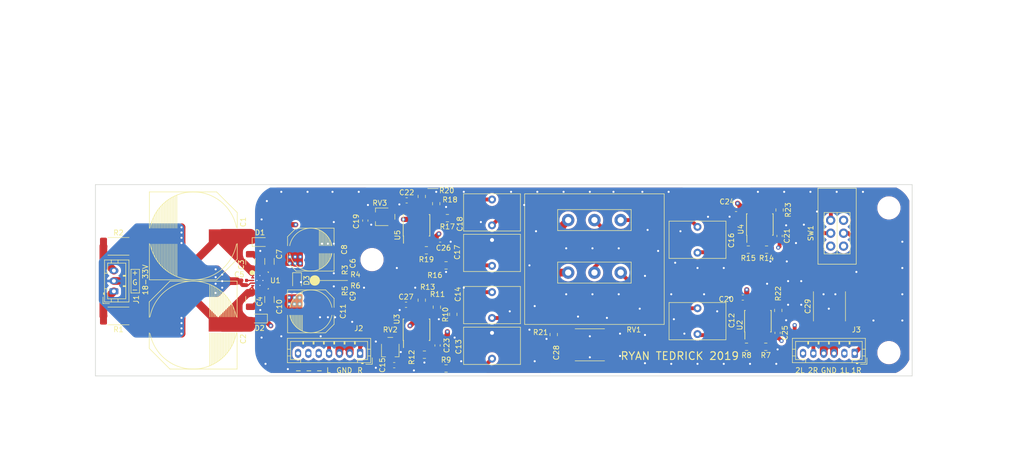
<source format=kicad_pcb>
(kicad_pcb (version 20171130) (host pcbnew "(5.1.0)-1")
  (layers (0 F.Cu signal) (1 In1.Cu signal hide) (2 In2.Cu signal hide) (31 B.Cu signal hide) (34 B.Paste user) (35 F.Paste user) (36 B.SilkS user) (37 F.SilkS user) (38 B.Mask user) (39 F.Mask user) (44 Edge.Cuts user))
  (net 0 "")
  (net 1 +24V)
  (net 2 GND)
  (net 3 -24V)
  (net 4 "Net-(C5-Pad1)")
  (net 5 "Net-(C6-Pad2)")
  (net 6 +15V)
  (net 7 "Net-(C9-Pad1)")
  (net 8 -15V)
  (net 9 "Net-(J1-Pad3)")
  (net 10 "Net-(J1-Pad1)")
  (net 11 "Net-(R6-Pad1)")
  (net 12 "Net-(C12-Pad1)")
  (net 13 "Net-(RV1-Pad2)")
  (net 14 SIGNAL_GROUND)
  (net 15 "Net-(RV1-Pad5)")
  (net 16 "Net-(C16-Pad1)")
  (net 17 INPUT_A_CH2)
  (net 18 INPUT_A_CH1)
  (net 19 CH2_IN)
  (net 20 CH1_IN)
  (net 21 INPUT_B_CH2)
  (net 22 INPUT_B_CH1)
  (net 23 "Net-(C12-Pad2)")
  (net 24 "Net-(R8-Pad1)")
  (net 25 "Net-(R22-Pad2)")
  (net 26 "Net-(C14-Pad2)")
  (net 27 TRIM_1B)
  (net 28 "Net-(R11-Pad1)")
  (net 29 "Net-(U3-Pad5)")
  (net 30 "Net-(R10-Pad2)")
  (net 31 "Net-(R11-Pad2)")
  (net 32 TRIM_1A)
  (net 33 "Net-(C16-Pad2)")
  (net 34 "Net-(R15-Pad1)")
  (net 35 "Net-(R14-Pad2)")
  (net 36 "Net-(C18-Pad2)")
  (net 37 TRIM_2B)
  (net 38 "Net-(R18-Pad1)")
  (net 39 "Net-(U5-Pad5)")
  (net 40 "Net-(R17-Pad2)")
  (net 41 "Net-(R16-Pad1)")
  (net 42 TRIM_2A)
  (net 43 "Net-(C13-Pad1)")
  (net 44 "Net-(C14-Pad1)")
  (net 45 "Net-(C17-Pad1)")
  (net 46 "Net-(C18-Pad1)")
  (net 47 CH1_OUT)
  (net 48 CH2_OUT)
  (net 49 "Net-(C15-Pad1)")
  (net 50 "Net-(C19-Pad1)")
  (net 51 INPUT_GND)
  (net 52 "Net-(J2-Pad5)")
  (net 53 "Net-(J2-Pad6)")
  (net 54 "Net-(J2-Pad7)")
  (module Resistor_SMD:R_0805_2012Metric (layer F.Cu) (at 112.141 73.6115 270)
    (fp_text reference R11 (at -2.4915 -0.127) (layer F.SilkS))
    (fp_text value 5K6)
    (pad 1 smd roundrect (at -0.9375 0 270) (size 0.975 1.4) (layers F.Cu F.Paste F.Mask) (net 28 "Net-(R11-Pad1)"))
    (pad 2 smd roundrect (at 0.9375 0 270) (size 0.975 1.4) (layers F.Cu F.Paste F.Mask) (net 31 "Net-(R11-Pad2)"))
  )
  (module MountingHole:MountingHole_3.5mm (layer F.Cu) (at 99.5934 64.4144)
    (fp_text reference REF** hide)
    (fp_text value MountingHole_3.5mm)
    (pad 1 np_thru_hole circle (at 0 0) (size 3.5 3.5) (drill 3.5) (layers *.Cu *.Mask))
  )
  (module MountingHole:MountingHole_3.5mm (layer F.Cu) (at 199.589 54.411)
    (fp_text reference REF** hide)
    (fp_text value MountingHole_3.5mm)
    (pad 1 np_thru_hole circle (at 0 0) (size 3.5 3.5) (drill 3.5) (layers *.Cu *.Mask))
  )
  (module MountingHole:MountingHole_3.5mm (layer F.Cu) (at 199.589 82.411)
    (fp_text reference REF** hide)
    (fp_text value MountingHole_3.5mm)
    (pad 1 np_thru_hole circle (at 0 0) (size 3.5 3.5) (drill 3.5) (layers *.Cu *.Mask))
  )
  (module MountingHole:MountingHole_3.5mm (layer F.Cu) (at 50.589 82.411)
    (fp_text reference REF** hide)
    (fp_text value MountingHole_3.5mm)
    (pad 1 np_thru_hole circle (at 0 0) (size 3.5 3.5) (drill 3.5) (layers *.Cu *.Mask))
  )
  (module MountingHole:MountingHole_3.5mm (layer F.Cu) (at 50.589 54.411)
    (fp_text reference REF** hide)
    (fp_text value MountingHole_3.5mm)
    (pad 1 np_thru_hole circle (at 0 0) (size 3.5 3.5) (drill 3.5) (layers *.Cu *.Mask))
  )
  (module preample:EEV-FK1H681M (layer F.Cu) (at 65.024 59.817 270)
    (fp_text reference C1 (at -2.667 -9.652 270) (layer F.SilkS))
    (fp_text value 680uF)
    (pad 2 smd rect (at 0 6.25 270) (size 2.5 6.5) (layers F.Cu F.Paste F.Mask) (net 2 GND))
    (pad 1 smd rect (at 0 -6.25 270) (size 2.5 6.5) (layers F.Cu F.Paste F.Mask) (net 1 +24V))
  )
  (module preample:KLN1250B1_4 (layer F.Cu) (at 142.621 31.623)
    (fp_text reference REF** hide)
    (fp_text value KLN1250B1_4)
  )
  (module preample:E-Switch_1RBLK (layer F.Cu) (at 189.5856 38.6715)
    (fp_text reference REF** hide)
    (fp_text value E-Switch_1RBLK)
  )
  (module Diode_SMD:D_SOD-323F (layer F.Cu) (at 77.9145 61.0235)
    (fp_text reference D1 (at 0 -1.85) (layer F.SilkS))
    (fp_text value D_Schottky_ALT)
    (pad 2 smd rect (at 1.1 0) (size 0.5 0.5) (layers F.Cu F.Paste F.Mask) (net 6 +15V))
    (pad 1 smd rect (at -1.1 0) (size 0.5 0.5) (layers F.Cu F.Paste F.Mask) (net 1 +24V))
  )
  (module preample:EEV-FK1H681M (layer F.Cu) (at 64.997 77.089 90)
    (fp_text reference C2 (at -2.667 9.679 90) (layer F.SilkS))
    (fp_text value 680uF)
    (pad 2 smd rect (at 0 6.25 90) (size 2.5 6.5) (layers F.Cu F.Paste F.Mask) (net 3 -24V))
    (pad 1 smd rect (at 0 -6.25 90) (size 2.5 6.5) (layers F.Cu F.Paste F.Mask) (net 2 GND))
  )
  (module Capacitor_SMD:C_0402_1005Metric (layer F.Cu) (at 74.826 68.453 180)
    (fp_text reference C5 (at 0.912 1.143 180) (layer F.SilkS))
    (fp_text value 47nF)
    (pad 2 smd roundrect (at 0.485 0 180) (size 0.59 0.64) (layers F.Cu F.Paste F.Mask) (net 2 GND))
    (pad 1 smd roundrect (at -0.485 0 180) (size 0.59 0.64) (layers F.Cu F.Paste F.Mask) (net 4 "Net-(C5-Pad1)"))
  )
  (module Capacitor_SMD:C_0402_1005Metric (layer F.Cu) (at 82.423 65.913 270)
    (fp_text reference C6 (at -0.762 -13.462 90) (layer F.SilkS))
    (fp_text value 10nF)
    (pad 2 smd roundrect (at 0.485 0 270) (size 0.59 0.64) (layers F.Cu F.Paste F.Mask) (net 5 "Net-(C6-Pad2)"))
    (pad 1 smd roundrect (at -0.485 0 270) (size 0.59 0.64) (layers F.Cu F.Paste F.Mask) (net 6 +15V))
  )
  (module preample:PCR1E101MCL1GS (layer F.Cu) (at 87.755 62.484 90)
    (fp_text reference C8 (at 0 6.479 270) (layer F.SilkS))
    (fp_text value 100uF)
    (pad 2 smd rect (at 0 3.3 90) (size 1.3 3.4) (layers F.Cu F.Paste F.Mask) (net 2 GND))
    (pad 1 smd rect (at 0 -3.3 90) (size 1.3 3.4) (layers F.Cu F.Paste F.Mask) (net 6 +15V))
  )
  (module Capacitor_SMD:C_0402_1005Metric (layer F.Cu) (at 82.423 70.993 270)
    (fp_text reference C9 (at 0.508 -13.462 270) (layer F.SilkS))
    (fp_text value 10nF)
    (pad 2 smd roundrect (at 0.485 0 270) (size 0.59 0.64) (layers F.Cu F.Paste F.Mask) (net 8 -15V))
    (pad 1 smd roundrect (at -0.485 0 270) (size 0.59 0.64) (layers F.Cu F.Paste F.Mask) (net 7 "Net-(C9-Pad1)"))
  )
  (module preample:PCR1E101MCL1GS (layer F.Cu) (at 87.757 74.422 270)
    (fp_text reference C11 (at 0 -6.223 90) (layer F.SilkS))
    (fp_text value 100uF)
    (pad 2 smd rect (at 0 3.3 270) (size 1.3 3.4) (layers F.Cu F.Paste F.Mask) (net 8 -15V))
    (pad 1 smd rect (at 0 -3.3 270) (size 1.3 3.4) (layers F.Cu F.Paste F.Mask) (net 2 GND))
  )
  (module Diode_SMD:D_SOD-323F (layer F.Cu) (at 77.851 75.819 180)
    (fp_text reference D2 (at 0 -1.85 180) (layer F.SilkS))
    (fp_text value D_Schottky_ALT)
    (pad 2 smd rect (at 1.1 0 180) (size 0.5 0.5) (layers F.Cu F.Paste F.Mask) (net 3 -24V))
    (pad 1 smd rect (at -1.1 0 180) (size 0.5 0.5) (layers F.Cu F.Paste F.Mask) (net 8 -15V))
  )
  (module Diode_SMD:D_SOD-323F (layer F.Cu) (at 85.09 68.453 270)
    (fp_text reference D3 (at 0 -1.85 270) (layer F.SilkS))
    (fp_text value D_Schottky_ALT)
    (pad 2 smd rect (at 1.1 0 270) (size 0.5 0.5) (layers F.Cu F.Paste F.Mask) (net 2 GND))
    (pad 1 smd rect (at -1.1 0 270) (size 0.5 0.5) (layers F.Cu F.Paste F.Mask) (net 5 "Net-(C6-Pad2)"))
  )
  (module Resistor_SMD:R_0402_1005Metric (layer F.Cu) (at 81.407 66.698 270)
    (fp_text reference R3 (at -0.277 -12.954 270) (layer F.SilkS))
    (fp_text value 132K9)
    (pad 2 smd roundrect (at 0.485 0 270) (size 0.59 0.64) (layers F.Cu F.Paste F.Mask) (net 5 "Net-(C6-Pad2)"))
    (pad 1 smd roundrect (at -0.485 0 270) (size 0.59 0.64) (layers F.Cu F.Paste F.Mask) (net 6 +15V))
  )
  (module Resistor_SMD:R_0402_1005Metric (layer F.Cu) (at 82.908 67.564)
    (fp_text reference R4 (at 13.485 -0.254) (layer F.SilkS))
    (fp_text value 10K)
    (pad 2 smd roundrect (at 0.485 0) (size 0.59 0.64) (layers F.Cu F.Paste F.Mask) (net 2 GND))
    (pad 1 smd roundrect (at -0.485 0) (size 0.59 0.64) (layers F.Cu F.Paste F.Mask) (net 5 "Net-(C6-Pad2)"))
  )
  (module Resistor_SMD:R_0402_1005Metric (layer F.Cu) (at 81.407 70.254 270)
    (fp_text reference R5 (at 0.231 -12.954 270) (layer F.SilkS))
    (fp_text value 142K9)
    (pad 2 smd roundrect (at 0.485 0 270) (size 0.59 0.64) (layers F.Cu F.Paste F.Mask) (net 8 -15V))
    (pad 1 smd roundrect (at -0.485 0 270) (size 0.59 0.64) (layers F.Cu F.Paste F.Mask) (net 7 "Net-(C9-Pad1)"))
  )
  (module Resistor_SMD:R_0402_1005Metric (layer F.Cu) (at 82.908 69.342 180)
    (fp_text reference R6 (at -13.485 -0.127 180) (layer F.SilkS))
    (fp_text value 10K)
    (pad 2 smd roundrect (at 0.485 0 180) (size 0.59 0.64) (layers F.Cu F.Paste F.Mask) (net 7 "Net-(C9-Pad1)"))
    (pad 1 smd roundrect (at -0.485 0 180) (size 0.59 0.64) (layers F.Cu F.Paste F.Mask) (net 11 "Net-(R6-Pad1)"))
  )
  (module preample:PBH2UEENAGX (layer F.Cu) (at 189.567 59.309 90)
    (fp_text reference SW1 (at 0 -5.1 270) (layer F.SilkS))
    (fp_text value SW_DPDT_x2)
    (pad 1 thru_hole circle (at 2.5 1.25 90) (size 1.8 1.8) (drill 1) (layers *.Cu *.Mask) (net 22 INPUT_B_CH1))
    (pad 4 thru_hole circle (at 2.5 -1.25 90) (size 1.8 1.8) (drill 1) (layers *.Cu *.Mask) (net 21 INPUT_B_CH2))
    (pad 2 thru_hole circle (at 0 1.25 90) (size 1.8 1.8) (drill 1) (layers *.Cu *.Mask) (net 20 CH1_IN))
    (pad 5 thru_hole circle (at 0 -1.25 90) (size 1.8 1.8) (drill 1) (layers *.Cu *.Mask) (net 19 CH2_IN))
    (pad 3 thru_hole circle (at -2.5 1.25 90) (size 1.8 1.8) (drill 1) (layers *.Cu *.Mask) (net 18 INPUT_A_CH1))
    (pad 6 thru_hole circle (at -2.5 -1.25 90) (size 1.8 1.8) (drill 1) (layers *.Cu *.Mask) (net 17 INPUT_A_CH2))
  )
  (module preample:TPS7A39 (layer F.Cu) (at 77.911 68.453)
    (fp_text reference U1 (at 2.988 0 180) (layer F.SilkS))
    (fp_text value TPS7A39)
    (pad 1 smd rect (at -1.4 -1 90) (size 0.24 0.6) (layers F.Cu F.Paste F.Mask) (net 1 +24V))
    (pad 2 smd rect (at -1.4 -0.5 90) (size 0.24 0.6) (layers F.Cu F.Paste F.Mask) (net 1 +24V))
    (pad 3 smd rect (at -1.4 0 90) (size 0.24 0.6) (layers F.Cu F.Paste F.Mask) (net 4 "Net-(C5-Pad1)"))
    (pad 4 smd rect (at -1.4 0.5 90) (size 0.24 0.6) (layers F.Cu F.Paste F.Mask) (net 2 GND))
    (pad 5 smd rect (at -1.4 1 90) (size 0.24 0.6) (layers F.Cu F.Paste F.Mask) (net 3 -24V))
    (pad 4 smd rect (at -0.25 1.4) (size 0.25 0.6) (layers F.Cu F.Paste F.Mask) (net 2 GND))
    (pad 4 smd rect (at 0.25 1.4) (size 0.25 0.6) (layers F.Cu F.Paste F.Mask) (net 2 GND))
    (pad 6 smd rect (at 1.4 1 90) (size 0.24 0.6) (layers F.Cu F.Paste F.Mask) (net 8 -15V))
    (pad 7 smd rect (at 1.4 0.5 90) (size 0.24 0.6) (layers F.Cu F.Paste F.Mask) (net 7 "Net-(C9-Pad1)"))
    (pad 8 smd rect (at 1.4 0 90) (size 0.24 0.6) (layers F.Cu F.Paste F.Mask) (net 11 "Net-(R6-Pad1)"))
    (pad 9 smd rect (at 1.4 -0.5 90) (size 0.24 0.6) (layers F.Cu F.Paste F.Mask) (net 5 "Net-(C6-Pad2)"))
    (pad 10 smd rect (at 1.4 -1 90) (size 0.24 0.6) (layers F.Cu F.Paste F.Mask) (net 6 +15V))
    (pad 4 smd rect (at 0.25 -1.4) (size 0.25 0.6) (layers F.Cu F.Paste F.Mask) (net 2 GND))
    (pad 4 smd rect (at -0.25 -1.4) (size 0.25 0.6) (layers F.Cu F.Paste F.Mask) (net 2 GND))
    (pad 4 smd rect (at -0.4125 -0.6) (size 0.825 1.2) (layers F.Cu F.Paste F.Mask) (net 2 GND))
    (pad 4 smd rect (at -0.4125 0.6) (size 0.825 1.2) (layers F.Cu F.Paste F.Mask) (net 2 GND))
    (pad 4 smd rect (at 0.4125 -0.6) (size 0.825 1.2) (layers F.Cu F.Paste F.Mask) (net 2 GND))
    (pad 4 smd rect (at 0.4125 0.6) (size 0.825 1.2) (layers F.Cu F.Paste F.Mask) (net 2 GND))
    (pad 4 thru_hole circle (at -0.575 0) (size 0.25 0.25) (drill 0.2) (layers *.Cu *.Mask) (net 2 GND))
    (pad 4 thru_hole circle (at 0.575 0) (size 0.25 0.25) (drill 0.2) (layers *.Cu *.Mask) (net 2 GND))
    (pad 4 thru_hole circle (at 0 0.95) (size 0.25 0.25) (drill 0.2) (layers *.Cu *.Mask) (net 2 GND))
    (pad 4 thru_hole circle (at 0 -0.95) (size 0.25 0.25) (drill 0.2) (layers *.Cu *.Mask) (net 2 GND))
  )
  (module Package_SO:SOIC-8_3.9x4.9mm_P1.27mm (layer F.Cu) (at 174.244 76.327 90)
    (fp_text reference U2 (at -0.762 -3.5 90) (layer F.SilkS))
    (fp_text value OPA2134UA)
    (pad 8 smd rect (at 2.7 -1.905 90) (size 1.55 0.6) (layers F.Cu F.Paste F.Mask) (net 6 +15V))
    (pad 7 smd rect (at 2.7 -0.635 90) (size 1.55 0.6) (layers F.Cu F.Paste F.Mask) (net 26 "Net-(C14-Pad2)"))
    (pad 6 smd rect (at 2.7 0.635 90) (size 1.55 0.6) (layers F.Cu F.Paste F.Mask) (net 26 "Net-(C14-Pad2)"))
    (pad 5 smd rect (at 2.7 1.905 90) (size 1.55 0.6) (layers F.Cu F.Paste F.Mask) (net 13 "Net-(RV1-Pad2)"))
    (pad 4 smd rect (at -2.7 1.905 90) (size 1.55 0.6) (layers F.Cu F.Paste F.Mask) (net 8 -15V))
    (pad 3 smd rect (at -2.7 0.635 90) (size 1.55 0.6) (layers F.Cu F.Paste F.Mask) (net 25 "Net-(R22-Pad2)"))
    (pad 2 smd rect (at -2.7 -0.635 90) (size 1.55 0.6) (layers F.Cu F.Paste F.Mask) (net 24 "Net-(R8-Pad1)"))
    (pad 1 smd rect (at -2.7 -1.905 90) (size 1.55 0.6) (layers F.Cu F.Paste F.Mask) (net 23 "Net-(C12-Pad2)"))
  )
  (module Package_SO:SOIC-8_3.9x4.9mm_P1.27mm (layer F.Cu) (at 108.204 77.978 90)
    (fp_text reference U3 (at 2.032 -3.81 90) (layer F.SilkS))
    (fp_text value OPA134UA)
    (pad 8 smd rect (at 2.7 -1.905 90) (size 1.55 0.6) (layers F.Cu F.Paste F.Mask) (net 27 TRIM_1B))
    (pad 7 smd rect (at 2.7 -0.635 90) (size 1.55 0.6) (layers F.Cu F.Paste F.Mask) (net 8 -15V))
    (pad 6 smd rect (at 2.7 0.635 90) (size 1.55 0.6) (layers F.Cu F.Paste F.Mask) (net 28 "Net-(R11-Pad1)"))
    (pad 5 smd rect (at 2.7 1.905 90) (size 1.55 0.6) (layers F.Cu F.Paste F.Mask) (net 29 "Net-(U3-Pad5)"))
    (pad 4 smd rect (at -2.7 1.905 90) (size 1.55 0.6) (layers F.Cu F.Paste F.Mask) (net 6 +15V))
    (pad 3 smd rect (at -2.7 0.635 90) (size 1.55 0.6) (layers F.Cu F.Paste F.Mask) (net 30 "Net-(R10-Pad2)"))
    (pad 2 smd rect (at -2.7 -0.635 90) (size 1.55 0.6) (layers F.Cu F.Paste F.Mask) (net 31 "Net-(R11-Pad2)"))
    (pad 1 smd rect (at -2.7 -1.905 90) (size 1.55 0.6) (layers F.Cu F.Paste F.Mask) (net 32 TRIM_1A))
  )
  (module Package_SO:SOIC-8_3.9x4.9mm_P1.27mm (layer F.Cu) (at 174.625 57.625 90)
    (fp_text reference U4 (at -0.922 -3.683 90) (layer F.SilkS))
    (fp_text value OPA2134UA)
    (pad 8 smd rect (at 2.7 -1.905 90) (size 1.55 0.6) (layers F.Cu F.Paste F.Mask) (net 6 +15V))
    (pad 7 smd rect (at 2.7 -0.635 90) (size 1.55 0.6) (layers F.Cu F.Paste F.Mask) (net 36 "Net-(C18-Pad2)"))
    (pad 6 smd rect (at 2.7 0.635 90) (size 1.55 0.6) (layers F.Cu F.Paste F.Mask) (net 36 "Net-(C18-Pad2)"))
    (pad 5 smd rect (at 2.7 1.905 90) (size 1.55 0.6) (layers F.Cu F.Paste F.Mask) (net 15 "Net-(RV1-Pad5)"))
    (pad 4 smd rect (at -2.7 1.905 90) (size 1.55 0.6) (layers F.Cu F.Paste F.Mask) (net 8 -15V))
    (pad 3 smd rect (at -2.7 0.635 90) (size 1.55 0.6) (layers F.Cu F.Paste F.Mask) (net 35 "Net-(R14-Pad2)"))
    (pad 2 smd rect (at -2.7 -0.635 90) (size 1.55 0.6) (layers F.Cu F.Paste F.Mask) (net 34 "Net-(R15-Pad1)"))
    (pad 1 smd rect (at -2.7 -1.905 90) (size 1.55 0.6) (layers F.Cu F.Paste F.Mask) (net 33 "Net-(C16-Pad2)"))
  )
  (module Package_SO:SOIC-8_3.9x4.9mm_P1.27mm (layer F.Cu) (at 108.204 57.785 90)
    (fp_text reference U5 (at -1.905 -3.683 90) (layer F.SilkS))
    (fp_text value OPA134UA)
    (pad 8 smd rect (at 2.7 -1.905 90) (size 1.55 0.6) (layers F.Cu F.Paste F.Mask) (net 37 TRIM_2B))
    (pad 7 smd rect (at 2.7 -0.635 90) (size 1.55 0.6) (layers F.Cu F.Paste F.Mask) (net 8 -15V))
    (pad 6 smd rect (at 2.7 0.635 90) (size 1.55 0.6) (layers F.Cu F.Paste F.Mask) (net 38 "Net-(R18-Pad1)"))
    (pad 5 smd rect (at 2.7 1.905 90) (size 1.55 0.6) (layers F.Cu F.Paste F.Mask) (net 39 "Net-(U5-Pad5)"))
    (pad 4 smd rect (at -2.7 1.905 90) (size 1.55 0.6) (layers F.Cu F.Paste F.Mask) (net 6 +15V))
    (pad 3 smd rect (at -2.7 0.635 90) (size 1.55 0.6) (layers F.Cu F.Paste F.Mask) (net 40 "Net-(R17-Pad2)"))
    (pad 2 smd rect (at -2.7 -0.635 90) (size 1.55 0.6) (layers F.Cu F.Paste F.Mask) (net 41 "Net-(R16-Pad1)"))
    (pad 1 smd rect (at -2.7 -1.905 90) (size 1.55 0.6) (layers F.Cu F.Paste F.Mask) (net 42 TRIM_2A))
  )
  (module Capacitor_SMD:C_1206_3216Metric (layer F.Cu) (at 76.073 64.767 90)
    (fp_text reference C3 (at -0.638 -1.778 90) (layer F.SilkS))
    (fp_text value 10uF)
    (pad 1 smd roundrect (at -1.4 0 90) (size 1.25 1.75) (layers F.Cu F.Paste F.Mask) (roundrect_rratio 0.2) (net 1 +24V))
    (pad 2 smd roundrect (at 1.4 0 90) (size 1.25 1.75) (layers F.Cu F.Paste F.Mask) (roundrect_rratio 0.2) (net 2 GND))
  )
  (module Capacitor_SMD:C_1206_3216Metric (layer F.Cu) (at 76.073 72.139 90)
    (fp_text reference C4 (at -0.384 1.778 90) (layer F.SilkS))
    (fp_text value 10uF)
    (pad 2 smd roundrect (at 1.4 0 90) (size 1.25 1.75) (layers F.Cu F.Paste F.Mask) (roundrect_rratio 0.2) (net 3 -24V))
    (pad 1 smd roundrect (at -1.4 0 90) (size 1.25 1.75) (layers F.Cu F.Paste F.Mask) (roundrect_rratio 0.2) (net 2 GND))
  )
  (module Capacitor_SMD:C_1206_3216Metric (layer F.Cu) (at 79.756 64.767 90)
    (fp_text reference C7 (at 1.394 1.905 90) (layer F.SilkS))
    (fp_text value 10uF)
    (pad 2 smd roundrect (at 1.4 0 90) (size 1.25 1.75) (layers F.Cu F.Paste F.Mask) (roundrect_rratio 0.2) (net 2 GND))
    (pad 1 smd roundrect (at -1.4 0 90) (size 1.25 1.75) (layers F.Cu F.Paste F.Mask) (roundrect_rratio 0.2) (net 6 +15V))
  )
  (module Capacitor_SMD:C_1206_3216Metric (layer F.Cu) (at 79.756 72.139 90)
    (fp_text reference C10 (at -1.394 1.905 90) (layer F.SilkS))
    (fp_text value 10uF)
    (pad 1 smd roundrect (at -1.4 0 90) (size 1.25 1.75) (layers F.Cu F.Paste F.Mask) (roundrect_rratio 0.2) (net 2 GND))
    (pad 2 smd roundrect (at 1.4 0 90) (size 1.25 1.75) (layers F.Cu F.Paste F.Mask) (roundrect_rratio 0.2) (net 8 -15V))
  )
  (module preample:MKS2B051001N00JSSD (layer F.Cu) (at 162.56 76.327 270)
    (fp_text reference C12 (at -0.127 -6.604 270) (layer F.SilkS))
    (fp_text value 10uF)
    (pad 2 thru_hole circle (at 2.5 0 270) (size 1.524 1.524) (drill 0.762) (layers *.Cu *.Mask) (net 23 "Net-(C12-Pad2)"))
    (pad 1 thru_hole circle (at -2.5 0 270) (size 1.524 1.524) (drill 0.762) (layers *.Cu *.Mask) (net 12 "Net-(C12-Pad1)"))
  )
  (module preample:MKS2B051001N00JSSD (layer F.Cu) (at 122.809 81.0895 90)
    (fp_text reference C13 (at -0.1905 -6.477 90) (layer F.SilkS))
    (fp_text value 10uF)
    (pad 2 thru_hole circle (at 2.5 0 90) (size 1.524 1.524) (drill 0.762) (layers *.Cu *.Mask) (net 2 GND))
    (pad 1 thru_hole circle (at -2.5 0 90) (size 1.524 1.524) (drill 0.762) (layers *.Cu *.Mask) (net 43 "Net-(C13-Pad1)"))
  )
  (module preample:MKS2B051001N00JSSD (layer F.Cu) (at 122.809 73.2155 270)
    (fp_text reference C14 (at -2.0955 6.604 270) (layer F.SilkS))
    (fp_text value 10uF)
    (pad 1 thru_hole circle (at -2.5 0 270) (size 1.524 1.524) (drill 0.762) (layers *.Cu *.Mask) (net 44 "Net-(C14-Pad1)"))
    (pad 2 thru_hole circle (at 2.5 0 270) (size 1.524 1.524) (drill 0.762) (layers *.Cu *.Mask) (net 26 "Net-(C14-Pad2)"))
  )
  (module preample:MKS2B051001N00JSSD (layer F.Cu) (at 162.56 60.579 270)
    (fp_text reference C16 (at 0.127 -6.5405 270) (layer F.SilkS))
    (fp_text value 10uF)
    (pad 1 thru_hole circle (at -2.5 0 270) (size 1.524 1.524) (drill 0.762) (layers *.Cu *.Mask) (net 16 "Net-(C16-Pad1)"))
    (pad 2 thru_hole circle (at 2.5 0 270) (size 1.524 1.524) (drill 0.762) (layers *.Cu *.Mask) (net 33 "Net-(C16-Pad2)"))
  )
  (module preample:MKS2B051001N00JSSD (layer F.Cu) (at 122.809 63.119 90)
    (fp_text reference C17 (at 0.127 -6.731 90) (layer F.SilkS))
    (fp_text value 10uF)
    (pad 2 thru_hole circle (at 2.5 0 90) (size 1.524 1.524) (drill 0.762) (layers *.Cu *.Mask) (net 2 GND))
    (pad 1 thru_hole circle (at -2.5 0 90) (size 1.524 1.524) (drill 0.762) (layers *.Cu *.Mask) (net 45 "Net-(C17-Pad1)"))
  )
  (module preample:MKS2B051001N00JSSD (layer F.Cu) (at 122.809 55.285 270)
    (fp_text reference C18 (at 2.246 6.223 270) (layer F.SilkS))
    (fp_text value 10uF)
    (pad 1 thru_hole circle (at -2.5 0 270) (size 1.524 1.524) (drill 0.762) (layers *.Cu *.Mask) (net 46 "Net-(C18-Pad1)"))
    (pad 2 thru_hole circle (at 2.5 0 270) (size 1.524 1.524) (drill 0.762) (layers *.Cu *.Mask) (net 36 "Net-(C18-Pad2)"))
  )
  (module Capacitor_SMD:C_0603_1608Metric (layer F.Cu) (at 171.323 71.755)
    (fp_text reference C20 (at -3.2005 0.3175) (layer F.SilkS))
    (fp_text value 100nF)
    (pad 2 smd roundrect (at 0.7875 0) (size 0.875 0.95) (layers F.Cu F.Paste F.Mask) (net 6 +15V))
    (pad 1 smd roundrect (at -0.7875 0) (size 0.875 0.95) (layers F.Cu F.Paste F.Mask) (net 2 GND))
  )
  (module Capacitor_SMD:C_0603_1608Metric (layer F.Cu) (at 178.435 59.8425 270)
    (fp_text reference C21 (at 0 -1.43 270) (layer F.SilkS))
    (fp_text value 100nF)
    (pad 2 smd roundrect (at 0.7875 0 270) (size 0.875 0.95) (layers F.Cu F.Paste F.Mask) (net 8 -15V))
    (pad 1 smd roundrect (at -0.7875 0 270) (size 0.875 0.95) (layers F.Cu F.Paste F.Mask) (net 2 GND))
  )
  (module Capacitor_SMD:C_0603_1608Metric (layer F.Cu) (at 106.299 52.959)
    (fp_text reference C22 (at 0 -1.524) (layer F.SilkS))
    (fp_text value 100nF)
    (pad 2 smd roundrect (at 0.7875 0) (size 0.875 0.95) (layers F.Cu F.Paste F.Mask) (net 8 -15V))
    (pad 1 smd roundrect (at -0.7875 0) (size 0.875 0.95) (layers F.Cu F.Paste F.Mask) (net 2 GND))
  )
  (module Capacitor_SMD:C_0603_1608Metric (layer F.Cu) (at 112.268 81.026 90)
    (fp_text reference C23 (at 0 1.778 90) (layer F.SilkS))
    (fp_text value 100nF)
    (pad 1 smd roundrect (at -0.7875 0 90) (size 0.875 0.95) (layers F.Cu F.Paste F.Mask) (net 2 GND))
    (pad 2 smd roundrect (at 0.7875 0 90) (size 0.875 0.95) (layers F.Cu F.Paste F.Mask) (net 6 +15V))
  )
  (module Capacitor_SMD:C_0603_1608Metric (layer F.Cu) (at 170.015 54.61)
    (fp_text reference C24 (at -1.74 -1.397) (layer F.SilkS))
    (fp_text value 100nF)
    (pad 2 smd roundrect (at 0.7875 0) (size 0.875 0.95) (layers F.Cu F.Paste F.Mask) (net 6 +15V))
    (pad 1 smd roundrect (at -0.7875 0) (size 0.875 0.95) (layers F.Cu F.Paste F.Mask) (net 2 GND))
  )
  (module Capacitor_SMD:C_0603_1608Metric (layer F.Cu) (at 178.054 78.5875 270)
    (fp_text reference C25 (at 0 -1.43 270) (layer F.SilkS))
    (fp_text value 100nF)
    (pad 2 smd roundrect (at 0.7875 0 270) (size 0.875 0.95) (layers F.Cu F.Paste F.Mask) (net 8 -15V))
    (pad 1 smd roundrect (at -0.7875 0 270) (size 0.875 0.95) (layers F.Cu F.Paste F.Mask) (net 2 GND))
  )
  (module Capacitor_SMD:C_0603_1608Metric (layer F.Cu) (at 112.776 60.5155 180)
    (fp_text reference C26 (at -0.635 -1.651 180) (layer F.SilkS))
    (fp_text value 100nF)
    (pad 1 smd roundrect (at -0.7875 0 180) (size 0.875 0.95) (layers F.Cu F.Paste F.Mask) (net 2 GND))
    (pad 2 smd roundrect (at 0.7875 0 180) (size 0.875 0.95) (layers F.Cu F.Paste F.Mask) (net 6 +15V))
  )
  (module Capacitor_SMD:C_0603_1608Metric (layer F.Cu) (at 106.172 73.152)
    (fp_text reference C27 (at 0 -1.524) (layer F.SilkS))
    (fp_text value 100nF)
    (pad 1 smd roundrect (at -0.7875 0) (size 0.875 0.95) (layers F.Cu F.Paste F.Mask) (net 2 GND))
    (pad 2 smd roundrect (at 0.7875 0) (size 0.875 0.95) (layers F.Cu F.Paste F.Mask) (net 8 -15V))
  )
  (module Capacitor_SMD:C_0603_1608Metric (layer F.Cu) (at 103.886 84.836)
    (fp_text reference C15 (at -2.286 0 90) (layer F.SilkS))
    (fp_text value 100nF)
    (pad 2 smd roundrect (at 0.7875 0) (size 0.875 0.95) (layers F.Cu F.Paste F.Mask) (net 2 GND))
    (pad 1 smd roundrect (at -0.7875 0) (size 0.875 0.95) (layers F.Cu F.Paste F.Mask) (net 49 "Net-(C15-Pad1)"))
  )
  (module Capacitor_SMD:C_0603_1608Metric (layer F.Cu) (at 98.298 56.8705 270)
    (fp_text reference C19 (at 0.1525 1.778 270) (layer F.SilkS))
    (fp_text value 100nF)
    (pad 1 smd roundrect (at -0.7875 0 270) (size 0.875 0.95) (layers F.Cu F.Paste F.Mask) (net 50 "Net-(C19-Pad1)"))
    (pad 2 smd roundrect (at 0.7875 0 270) (size 0.875 0.95) (layers F.Cu F.Paste F.Mask) (net 2 GND))
  )
  (module preample:SMDTD03100TA00KQ00 (layer F.Cu) (at 141.732 80.899)
    (fp_text reference C28 (at -6.477 1.524 270) (layer F.SilkS))
    (fp_text value 100nF)
    (pad 2 smd rect (at 4.05 0 90) (size 6.2 2.2) (layers F.Cu F.Paste F.Mask) (net 2 GND))
    (pad 1 smd rect (at -4.05 0 90) (size 6.2 2.2) (layers F.Cu F.Paste F.Mask) (net 14 SIGNAL_GROUND))
  )
  (module preample:SMDTD03100TA00KQ00 (layer F.Cu) (at 188.087 73.4555 270)
    (fp_text reference C29 (at 0 4.191 270) (layer F.SilkS))
    (fp_text value 100nF)
    (pad 1 smd rect (at -4.05 0) (size 6.2 2.2) (layers F.Cu F.Paste F.Mask) (net 2 GND))
    (pad 2 smd rect (at 4.05 0) (size 6.2 2.2) (layers F.Cu F.Paste F.Mask) (net 51 INPUT_GND))
  )
  (module preample:22AR100KLFTR (layer F.Cu) (at 103.124 80.518 180)
    (fp_text reference RV2 (at 0 2.54) (layer F.SilkS))
    (fp_text value 100K)
    (pad 2 smd rect (at 0 -2.25 270) (size 1.6 1.6) (layers F.Cu F.Paste F.Mask) (net 49 "Net-(C15-Pad1)"))
    (pad 1 smd rect (at 1.15 0.65 270) (size 1.6 1.09) (layers F.Cu F.Paste F.Mask) (net 27 TRIM_1B))
    (pad 3 smd rect (at -1.15 0.65 270) (size 1.6 1.09) (layers F.Cu F.Paste F.Mask) (net 32 TRIM_1A))
  )
  (module preample:22AR100KLFTR (layer F.Cu) (at 102.961 56.134 90)
    (fp_text reference RV3 (at 2.667 -1.869) (layer F.SilkS))
    (fp_text value 100K)
    (pad 3 smd rect (at -1.15 0.65 180) (size 1.6 1.09) (layers F.Cu F.Paste F.Mask) (net 42 TRIM_2A))
    (pad 1 smd rect (at 1.15 0.65 180) (size 1.6 1.09) (layers F.Cu F.Paste F.Mask) (net 37 TRIM_2B))
    (pad 2 smd rect (at 0 -2.25 180) (size 1.6 1.6) (layers F.Cu F.Paste F.Mask) (net 50 "Net-(C19-Pad1)"))
  )
  (module "preample:RK271 10KAX2" (layer F.Cu) (at 142.621 61.849 90)
    (fp_text reference RV1 (at -16.129 7.62) (layer F.SilkS))
    (fp_text value 10K)
    (pad 1 thru_hole circle (at -5.08 5.08 90) (size 2.4 2.4) (drill 1.2) (layers *.Cu *.Mask) (net 12 "Net-(C12-Pad1)"))
    (pad 2 thru_hole circle (at -5.08 0 90) (size 2.4 2.4) (drill 1.2) (layers *.Cu *.Mask) (net 13 "Net-(RV1-Pad2)"))
    (pad 3 thru_hole circle (at -5.08 -5.08 90) (size 2.4 2.4) (drill 1.2) (layers *.Cu *.Mask) (net 14 SIGNAL_GROUND))
    (pad 6 thru_hole circle (at 5.08 -5.08 90) (size 2.4 2.4) (drill 1.2) (layers *.Cu *.Mask) (net 14 SIGNAL_GROUND))
    (pad 5 thru_hole circle (at 5.08 0 90) (size 2.4 2.4) (drill 1.2) (layers *.Cu *.Mask) (net 15 "Net-(RV1-Pad5)"))
    (pad 4 thru_hole circle (at 5.08 5.08 90) (size 2.4 2.4) (drill 1.2) (layers *.Cu *.Mask) (net 16 "Net-(C16-Pad1)"))
  )
  (module Connector_JST:JST_PH_B3B-PH-K_1x03_P2.00mm_Vertical (layer F.Cu) (at 49.657 70.548 90)
    (fp_text reference J1 (at -1.588 4.318 90) (layer F.SilkS))
    (fp_text value Conn_01x03)
    (pad 1 thru_hole roundrect (at 0 0 90) (size 1.2 1.75) (drill 0.75) (layers *.Cu *.Mask) (roundrect_rratio 0.208333) (net 10 "Net-(J1-Pad1)"))
    (pad 2 thru_hole oval (at 2 0 90) (size 1.2 1.75) (drill 0.75) (layers *.Cu *.Mask) (net 2 GND))
    (pad 3 thru_hole oval (at 4 0 90) (size 1.2 1.75) (drill 0.75) (layers *.Cu *.Mask) (net 9 "Net-(J1-Pad3)"))
  )
  (module Connector_JST:JST_PH_B7B-PH-K_1x07_P2.00mm_Vertical (layer F.Cu) (at 97.282 82.55 180)
    (fp_text reference J2 (at 0.254 4.826 180) (layer F.SilkS))
    (fp_text value Conn_01x07)
    (pad 1 thru_hole roundrect (at 0 0 180) (size 1.2 1.75) (drill 0.75) (layers *.Cu *.Mask) (roundrect_rratio 0.208333) (net 47 CH1_OUT))
    (pad 2 thru_hole oval (at 2 0 180) (size 1.2 1.75) (drill 0.75) (layers *.Cu *.Mask) (net 14 SIGNAL_GROUND))
    (pad 3 thru_hole oval (at 4 0 180) (size 1.2 1.75) (drill 0.75) (layers *.Cu *.Mask) (net 14 SIGNAL_GROUND))
    (pad 4 thru_hole oval (at 6 0 180) (size 1.2 1.75) (drill 0.75) (layers *.Cu *.Mask) (net 48 CH2_OUT))
    (pad 5 thru_hole oval (at 8 0 180) (size 1.2 1.75) (drill 0.75) (layers *.Cu *.Mask) (net 52 "Net-(J2-Pad5)"))
    (pad 6 thru_hole oval (at 10 0 180) (size 1.2 1.75) (drill 0.75) (layers *.Cu *.Mask) (net 53 "Net-(J2-Pad6)"))
    (pad 7 thru_hole oval (at 12 0 180) (size 1.2 1.75) (drill 0.75) (layers *.Cu *.Mask) (net 54 "Net-(J2-Pad7)"))
  )
  (module Connector_JST:JST_PH_B6B-PH-K_1x06_P2.00mm_Vertical (layer F.Cu) (at 192.9765 82.55 180)
    (fp_text reference J3 (at -0.3175 4.572 180) (layer F.SilkS))
    (fp_text value Conn_01x06)
    (pad 1 thru_hole roundrect (at 0 0 180) (size 1.2 1.75) (drill 0.75) (layers *.Cu *.Mask) (roundrect_rratio 0.208333) (net 21 INPUT_B_CH2))
    (pad 2 thru_hole oval (at 2 0 180) (size 1.2 1.75) (drill 0.75) (layers *.Cu *.Mask) (net 22 INPUT_B_CH1))
    (pad 3 thru_hole oval (at 4 0 180) (size 1.2 1.75) (drill 0.75) (layers *.Cu *.Mask) (net 51 INPUT_GND))
    (pad 4 thru_hole oval (at 6 0 180) (size 1.2 1.75) (drill 0.75) (layers *.Cu *.Mask) (net 51 INPUT_GND))
    (pad 5 thru_hole oval (at 8 0 180) (size 1.2 1.75) (drill 0.75) (layers *.Cu *.Mask) (net 17 INPUT_A_CH2))
    (pad 6 thru_hole oval (at 10 0 180) (size 1.2 1.75) (drill 0.75) (layers *.Cu *.Mask) (net 18 INPUT_A_CH1))
  )
  (module Resistor_SMD:R_2512_6332Metric (layer F.Cu) (at 50.546 75.311 180)
    (fp_text reference R1 (at 0 -2.62 180) (layer F.SilkS))
    (fp_text value 15R)
    (pad 2 smd roundrect (at 2.9 0 180) (size 1.35 3.35) (layers F.Cu F.Paste F.Mask) (roundrect_rratio 0.185185) (net 10 "Net-(J1-Pad1)"))
    (pad 1 smd roundrect (at -2.9 0 180) (size 1.35 3.35) (layers F.Cu F.Paste F.Mask) (roundrect_rratio 0.185185) (net 3 -24V))
  )
  (module Resistor_SMD:R_2512_6332Metric (layer F.Cu) (at 50.546 61.849)
    (fp_text reference R2 (at 0 -2.62) (layer F.SilkS))
    (fp_text value 15R)
    (pad 1 smd roundrect (at -2.9 0) (size 1.35 3.35) (layers F.Cu F.Paste F.Mask) (roundrect_rratio 0.185185) (net 9 "Net-(J1-Pad3)"))
    (pad 2 smd roundrect (at 2.9 0) (size 1.35 3.35) (layers F.Cu F.Paste F.Mask) (roundrect_rratio 0.185185) (net 1 +24V))
  )
  (module Resistor_SMD:R_0805_2012Metric (layer F.Cu) (at 175.768 81.28 180)
    (fp_text reference R7 (at 0 -1.65 180) (layer F.SilkS))
    (fp_text value 47K)
    (pad 1 smd roundrect (at -0.9375 0 180) (size 0.975 1.4) (layers F.Cu F.Paste F.Mask) (net 2 GND))
    (pad 2 smd roundrect (at 0.9375 0 180) (size 0.975 1.4) (layers F.Cu F.Paste F.Mask) (net 25 "Net-(R22-Pad2)"))
  )
  (module Resistor_SMD:R_0805_2012Metric (layer F.Cu) (at 172.0365 81.28 180)
    (fp_text reference R8 (at 0 -1.65 180) (layer F.SilkS))
    (fp_text value 1K)
    (pad 2 smd roundrect (at 0.9375 0 180) (size 0.975 1.4) (layers F.Cu F.Paste F.Mask) (net 23 "Net-(C12-Pad2)"))
    (pad 1 smd roundrect (at -0.9375 0 180) (size 0.975 1.4) (layers F.Cu F.Paste F.Mask) (net 24 "Net-(R8-Pad1)"))
  )
  (module Resistor_SMD:R_0805_2012Metric (layer F.Cu) (at 113.919 85.471)
    (fp_text reference R9 (at 0 -1.65) (layer F.SilkS))
    (fp_text value 5K6)
    (pad 2 smd roundrect (at 0.9375 0) (size 0.975 1.4) (layers F.Cu F.Paste F.Mask) (net 43 "Net-(C13-Pad1)"))
    (pad 1 smd roundrect (at -0.9375 0) (size 0.975 1.4) (layers F.Cu F.Paste F.Mask) (net 31 "Net-(R11-Pad2)"))
  )
  (module Resistor_SMD:R_0805_2012Metric (layer F.Cu) (at 115.316 75.0085 270)
    (fp_text reference R10 (at 0.0485 1.524 270) (layer F.SilkS))
    (fp_text value 5K6)
    (pad 1 smd roundrect (at -0.9375 0 270) (size 0.975 1.4) (layers F.Cu F.Paste F.Mask) (net 44 "Net-(C14-Pad1)"))
    (pad 2 smd roundrect (at 0.9375 0 270) (size 0.975 1.4) (layers F.Cu F.Paste F.Mask) (net 30 "Net-(R10-Pad2)"))
  )
  (module Resistor_SMD:R_0805_2012Metric (layer F.Cu) (at 109.728 82.804 180)
    (fp_text reference R12 (at 2.4615 -0.508 270) (layer F.SilkS))
    (fp_text value 5K6)
    (pad 1 smd roundrect (at -0.9375 0 180) (size 0.975 1.4) (layers F.Cu F.Paste F.Mask) (net 14 SIGNAL_GROUND))
    (pad 2 smd roundrect (at 0.9375 0 180) (size 0.975 1.4) (layers F.Cu F.Paste F.Mask) (net 30 "Net-(R10-Pad2)"))
  )
  (module Resistor_SMD:R_0805_2012Metric (layer F.Cu) (at 109.22 72.263 90)
    (fp_text reference R13 (at 2.54 1.143 180) (layer F.SilkS))
    (fp_text value 47R)
    (pad 1 smd roundrect (at -0.9375 0 90) (size 0.975 1.4) (layers F.Cu F.Paste F.Mask) (net 28 "Net-(R11-Pad1)"))
    (pad 2 smd roundrect (at 0.9375 0 90) (size 0.975 1.4) (layers F.Cu F.Paste F.Mask) (net 47 CH1_OUT))
  )
  (module Resistor_SMD:R_0805_2012Metric (layer F.Cu) (at 175.918 62.484 180)
    (fp_text reference R14 (at 0 -1.65 180) (layer F.SilkS))
    (fp_text value 47K)
    (pad 2 smd roundrect (at 0.9375 0 180) (size 0.975 1.4) (layers F.Cu F.Paste F.Mask) (net 35 "Net-(R14-Pad2)"))
    (pad 1 smd roundrect (at -0.9375 0 180) (size 0.975 1.4) (layers F.Cu F.Paste F.Mask) (net 2 GND))
  )
  (module Resistor_SMD:R_0805_2012Metric (layer F.Cu) (at 172.3875 62.484 180)
    (fp_text reference R15 (at 0 -1.65 180) (layer F.SilkS))
    (fp_text value 1K)
    (pad 1 smd roundrect (at -0.9375 0 180) (size 0.975 1.4) (layers F.Cu F.Paste F.Mask) (net 34 "Net-(R15-Pad1)"))
    (pad 2 smd roundrect (at 0.9375 0 180) (size 0.975 1.4) (layers F.Cu F.Paste F.Mask) (net 33 "Net-(C16-Pad2)"))
  )
  (module Resistor_SMD:R_0805_2012Metric (layer F.Cu) (at 113.919 65.532)
    (fp_text reference R16 (at -2.159 1.905) (layer F.SilkS))
    (fp_text value 5K6)
    (pad 2 smd roundrect (at 0.9375 0) (size 0.975 1.4) (layers F.Cu F.Paste F.Mask) (net 45 "Net-(C17-Pad1)"))
    (pad 1 smd roundrect (at -0.9375 0) (size 0.975 1.4) (layers F.Cu F.Paste F.Mask) (net 41 "Net-(R16-Pad1)"))
  )
  (module Resistor_SMD:R_0805_2012Metric (layer F.Cu) (at 114.173 56.388 180)
    (fp_text reference R17 (at 0 -1.65 180) (layer F.SilkS))
    (fp_text value 5K6)
    (pad 1 smd roundrect (at -0.9375 0 180) (size 0.975 1.4) (layers F.Cu F.Paste F.Mask) (net 46 "Net-(C18-Pad1)"))
    (pad 2 smd roundrect (at 0.9375 0 180) (size 0.975 1.4) (layers F.Cu F.Paste F.Mask) (net 40 "Net-(R17-Pad2)"))
  )
  (module Resistor_SMD:R_0805_2012Metric (layer F.Cu) (at 110.109 62.611 180)
    (fp_text reference R19 (at 0 -1.778 180) (layer F.SilkS))
    (fp_text value 5K6)
    (pad 2 smd roundrect (at 0.9375 0 180) (size 0.975 1.4) (layers F.Cu F.Paste F.Mask) (net 40 "Net-(R17-Pad2)"))
    (pad 1 smd roundrect (at -0.9375 0 180) (size 0.975 1.4) (layers F.Cu F.Paste F.Mask) (net 14 SIGNAL_GROUND))
  )
  (module Resistor_SMD:R_0805_2012Metric (layer F.Cu) (at 109.22 52.197 270)
    (fp_text reference R20 (at -1.143 -4.826) (layer F.SilkS))
    (fp_text value 47R)
    (pad 2 smd roundrect (at 0.9375 0 270) (size 0.975 1.4) (layers F.Cu F.Paste F.Mask) (net 38 "Net-(R18-Pad1)"))
    (pad 1 smd roundrect (at -0.9375 0 270) (size 0.975 1.4) (layers F.Cu F.Paste F.Mask) (net 48 CH2_OUT))
  )
  (module Resistor_SMD:R_0805_2012Metric (layer F.Cu) (at 134.747 78.9155 270)
    (fp_text reference R21 (at -0.4295 2.54) (layer F.SilkS))
    (fp_text value 100R)
    (pad 1 smd roundrect (at -0.9375 0 270) (size 0.975 1.4) (layers F.Cu F.Paste F.Mask) (net 14 SIGNAL_GROUND))
    (pad 2 smd roundrect (at 0.9375 0 270) (size 0.975 1.4) (layers F.Cu F.Paste F.Mask) (net 2 GND))
  )
  (module Resistor_SMD:R_0805_2012Metric (layer F.Cu) (at 178.181 74.2465 270)
    (fp_text reference R22 (at -3.2535 0 270) (layer F.SilkS))
    (fp_text value 1K)
    (pad 1 smd roundrect (at -0.9375 0 270) (size 0.975 1.4) (layers F.Cu F.Paste F.Mask) (net 20 CH1_IN))
    (pad 2 smd roundrect (at 0.9375 0 270) (size 0.975 1.4) (layers F.Cu F.Paste F.Mask) (net 25 "Net-(R22-Pad2)"))
  )
  (module Resistor_SMD:R_0805_2012Metric (layer F.Cu) (at 178.435 54.8155 270)
    (fp_text reference R23 (at 0 -1.65 270) (layer F.SilkS))
    (fp_text value 1K)
    (pad 2 smd roundrect (at 0.9375 0 270) (size 0.975 1.4) (layers F.Cu F.Paste F.Mask) (net 35 "Net-(R14-Pad2)"))
    (pad 1 smd roundrect (at -0.9375 0 270) (size 0.975 1.4) (layers F.Cu F.Paste F.Mask) (net 19 CH2_IN))
  )
  (module Resistor_SMD:R_0805_2012Metric (layer F.Cu) (at 112.014 53.594 270)
    (fp_text reference R18 (at -0.762 -2.667) (layer F.SilkS))
    (fp_text value 5K6)
    (pad 2 smd roundrect (at 0.9375 0 270) (size 0.975 1.4) (layers F.Cu F.Paste F.Mask) (net 41 "Net-(R16-Pad1)"))
    (pad 1 smd roundrect (at -0.9375 0 270) (size 0.975 1.4) (layers F.Cu F.Paste F.Mask) (net 38 "Net-(R18-Pad1)"))
  )
  (gr_line (start 54.61 70.866) (end 54.61 66.294) (layer F.SilkS) (width 0.12))
  (gr_line (start 52.959 70.866) (end 54.61 70.866) (layer F.SilkS) (width 0.12))
  (gr_line (start 52.959 66.294) (end 52.959 70.866) (layer F.SilkS) (width 0.12))
  (gr_line (start 54.61 66.294) (end 52.959 66.294) (layer F.SilkS) (width 0.12))
  (gr_line (start 112.395 50.673) (end 110.363 50.673) (layer F.SilkS) (width 0.12))
  (gr_text 18-33V (at 55.753 68.326 90) (layer F.SilkS) (effects (font (size 1 1))))
  (gr_text - (at 53.721 70.231) (layer F.SilkS) (effects (font (size 1 1))))
  (gr_text G (at 53.721 68.834) (layer F.SilkS) (effects (font (size 1 1))))
  (gr_text + (at 53.721 66.929) (layer F.SilkS) (effects (font (size 1 1))))
  (gr_text - (at 89.408 85.852) (layer F.SilkS) (effects (font (size 1 1))))
  (gr_text - (at 87.376 85.852) (layer F.SilkS) (effects (font (size 1 1))))
  (gr_text - (at 85.344 85.852) (layer F.SilkS) (effects (font (size 1 1))))
  (gr_text GND (at 94.234 85.852) (layer F.SilkS) (effects (font (size 1 1))))
  (gr_text R (at 97.282 85.852) (layer F.SilkS) (effects (font (size 1 1))))
  (gr_text L (at 91.186 85.852) (layer F.SilkS) (effects (font (size 1 1))))
  (gr_text 2R (at 184.912 85.852) (layer F.SilkS) (effects (font (size 1 1))))
  (gr_text 2L (at 182.372 85.852) (layer F.SilkS) (effects (font (size 1 1))))
  (gr_text GND (at 187.96 85.852) (layer F.SilkS) (effects (font (size 1 1))))
  (gr_text 1R (at 193.294 85.852) (layer F.SilkS) (effects (font (size 1 1))))
  (gr_text 1L (at 191.008 85.852) (layer F.SilkS) (effects (font (size 1 1))))
  (gr_text "RYAN TEDRICK 2019" (at 159.131 83.058) (layer F.SilkS) (effects (font (size 1.5 1.5) (thickness 0.2))))
  (gr_line (start 46.089 86.911) (end 46.089 49.911) (layer Edge.Cuts) (width 0.12))
  (gr_line (start 204.089 49.911) (end 204.089 86.911) (layer Edge.Cuts) (width 0.12))
  (gr_line (start 46.089 86.911) (end 204.089 86.911) (layer Edge.Cuts) (width 0.12))
  (gr_line (start 46.089 49.911) (end 204.089 49.911) (layer Edge.Cuts) (width 0.12))
  (gr_circle (center 88.519 68.453) (end 88.519 68.453) (layer F.SilkS) (width 1))
  (gr_line (start 94.869 68.453) (end 88.519 68.453) (layer F.SilkS) (width 0.12))
  (via (at 62.738 58.166) (size 0.8) (drill 0.4) (layers F.Cu B.Cu) (net 2))
  (via (at 62.738 59.182) (size 0.8) (drill 0.4) (layers F.Cu B.Cu) (net 2))
  (via (at 62.738 60.198) (size 0.8) (drill 0.4) (layers F.Cu B.Cu) (net 2))
  (via (at 62.738 61.214) (size 0.8) (drill 0.4) (layers F.Cu B.Cu) (net 2))
  (via (at 62.738 78.74) (size 0.8) (drill 0.4) (layers F.Cu B.Cu) (net 2))
  (via (at 62.738 77.724) (size 0.8) (drill 0.4) (layers F.Cu B.Cu) (net 2))
  (via (at 62.738 76.708) (size 0.8) (drill 0.4) (layers F.Cu B.Cu) (net 2))
  (via (at 62.738 75.692) (size 0.8) (drill 0.4) (layers F.Cu B.Cu) (net 2))
  (via (at 69.342 69.088) (size 0.8) (drill 0.4) (layers F.Cu B.Cu) (net 2))
  (via (at 69.342 70.866) (size 0.8) (drill 0.4) (layers F.Cu B.Cu) (net 2))
  (via (at 70.612 68.58) (size 0.8) (drill 0.4) (layers F.Cu B.Cu) (net 2))
  (via (at 70.612 69.85) (size 0.8) (drill 0.4) (layers F.Cu B.Cu) (net 2))
  (via (at 69.342 66.294) (size 0.8) (drill 0.4) (layers F.Cu B.Cu) (net 2))
  (via (at 70.612 67.31) (size 0.8) (drill 0.4) (layers F.Cu B.Cu) (net 2))
  (via (at 69.342 67.818) (size 0.8) (drill 0.4) (layers F.Cu B.Cu) (net 2))
  (via (at 176.657 64.77) (size 0.8) (drill 0.4) (layers F.Cu B.Cu) (net 2))
  (segment (start 76.511 67.953) (end 76.511 67.453) (width 0.25) (layer F.Cu) (net 1))
  (segment (start 71.274 61.317) (end 71.274 59.817) (width 0.25) (layer F.Cu) (net 1))
  (segment (start 71.274 62.343) (end 71.274 61.317) (width 0.25) (layer F.Cu) (net 1))
  (segment (start 75.098 66.167) (end 71.274 62.343) (width 0.25) (layer F.Cu) (net 1))
  (segment (start 76.073 66.167) (end 75.098 66.167) (width 0.25) (layer F.Cu) (net 1))
  (segment (start 76.511 66.605) (end 76.073 66.167) (width 0.25) (layer F.Cu) (net 1))
  (segment (start 76.511 67.453) (end 76.511 66.605) (width 0.25) (layer F.Cu) (net 1))
  (segment (start 72.544 61.087) (end 71.274 59.817) (width 0.25) (layer F.Cu) (net 1))
  (segment (start 76.835 61.087) (end 72.374 61.087) (width 0.25) (layer F.Cu) (net 1))
  (segment (start 55.859 64.262) (end 53.446 61.849) (width 1.5) (layer F.Cu) (net 1))
  (segment (start 65.809183 64.262) (end 55.859 64.262) (width 1.5) (layer F.Cu) (net 1))
  (segment (start 69.682683 60.3885) (end 65.809183 64.262) (width 1.5) (layer F.Cu) (net 1))
  (segment (start 71.274 61.317) (end 70.3455 60.3885) (width 1.5) (layer F.Cu) (net 1))
  (segment (start 70.3455 60.3885) (end 69.682683 60.3885) (width 1.5) (layer F.Cu) (net 1))
  (via (at 117.348 69.85) (size 0.8) (drill 0.4) (layers F.Cu B.Cu) (net 2))
  (via (at 112.522 75.946) (size 0.8) (drill 0.4) (layers F.Cu B.Cu) (net 2))
  (via (at 120.65 57.15) (size 0.8) (drill 0.4) (layers F.Cu B.Cu) (net 2))
  (via (at 129.032 53.848) (size 0.8) (drill 0.4) (layers F.Cu B.Cu) (net 2))
  (via (at 130.048 65.532) (size 0.8) (drill 0.4) (layers F.Cu B.Cu) (net 2))
  (via (at 126.238 74.422) (size 0.8) (drill 0.4) (layers F.Cu B.Cu) (net 2))
  (via (at 113.919 66.802) (size 0.8) (drill 0.4) (layers F.Cu B.Cu) (net 2))
  (via (at 95.758 76.454) (size 0.8) (drill 0.4) (layers F.Cu B.Cu) (net 2))
  (via (at 107.696 85.852) (size 0.8) (drill 0.4) (layers F.Cu B.Cu) (net 2))
  (via (at 100.33 80.264) (size 0.8) (drill 0.4) (layers F.Cu B.Cu) (net 2))
  (via (at 77.978 74.168) (size 0.8) (drill 0.4) (layers F.Cu B.Cu) (net 2))
  (via (at 77.978 62.738) (size 0.8) (drill 0.4) (layers F.Cu B.Cu) (net 2))
  (via (at 78.232 56.642) (size 0.8) (drill 0.4) (layers F.Cu B.Cu) (net 2))
  (via (at 79.248 53.086) (size 0.8) (drill 0.4) (layers F.Cu B.Cu) (net 2))
  (via (at 82.042 51.308) (size 0.8) (drill 0.4) (layers F.Cu B.Cu) (net 2))
  (via (at 87.122 51.308) (size 0.8) (drill 0.4) (layers F.Cu B.Cu) (net 2))
  (via (at 91.948 51.308) (size 0.8) (drill 0.4) (layers F.Cu B.Cu) (net 2))
  (via (at 97.028 51.308) (size 0.8) (drill 0.4) (layers F.Cu B.Cu) (net 2))
  (via (at 117.348 51.308) (size 0.8) (drill 0.4) (layers F.Cu B.Cu) (net 2))
  (via (at 113.919 54.229) (size 0.8) (drill 0.4) (layers F.Cu B.Cu) (net 2))
  (via (at 126.492 51.308) (size 0.8) (drill 0.4) (layers F.Cu B.Cu) (net 2))
  (via (at 131.572 51.308) (size 0.8) (drill 0.4) (layers F.Cu B.Cu) (net 2))
  (via (at 136.652 51.308) (size 0.8) (drill 0.4) (layers F.Cu B.Cu) (net 2))
  (via (at 141.732 51.308) (size 0.8) (drill 0.4) (layers F.Cu B.Cu) (net 2))
  (via (at 146.304 51.308) (size 0.8) (drill 0.4) (layers F.Cu B.Cu) (net 2))
  (via (at 151.892 51.308) (size 0.8) (drill 0.4) (layers F.Cu B.Cu) (net 2))
  (via (at 156.972 51.308) (size 0.8) (drill 0.4) (layers F.Cu B.Cu) (net 2))
  (via (at 194.564 51.308) (size 0.8) (drill 0.4) (layers F.Cu B.Cu) (net 2))
  (via (at 185.674 55.118) (size 0.8) (drill 0.4) (layers F.Cu B.Cu) (net 2))
  (via (at 179.832 64.77) (size 0.8) (drill 0.4) (layers F.Cu B.Cu) (net 2))
  (via (at 181.61 61.214) (size 0.8) (drill 0.4) (layers F.Cu B.Cu) (net 2))
  (via (at 193.294 66.802) (size 0.8) (drill 0.4) (layers F.Cu B.Cu) (net 2))
  (via (at 166.37 74.422) (size 0.8) (drill 0.4) (layers F.Cu B.Cu) (net 2))
  (via (at 152.4 78.994) (size 0.8) (drill 0.4) (layers F.Cu B.Cu) (net 2))
  (via (at 151.384 73.914) (size 0.8) (drill 0.4) (layers F.Cu B.Cu) (net 2))
  (via (at 130.048 77.978) (size 0.8) (drill 0.4) (layers F.Cu B.Cu) (net 2))
  (via (at 145.034 75.692) (size 0.8) (drill 0.4) (layers F.Cu B.Cu) (net 2))
  (via (at 139.446 75.438) (size 0.8) (drill 0.4) (layers F.Cu B.Cu) (net 2))
  (via (at 141.732 79.248) (size 0.8) (drill 0.4) (layers F.Cu B.Cu) (net 2))
  (via (at 141.732 83.312) (size 0.8) (drill 0.4) (layers F.Cu B.Cu) (net 2))
  (via (at 164.592 56.134) (size 0.8) (drill 0.4) (layers F.Cu B.Cu) (net 2))
  (via (at 152.908 58.674) (size 0.8) (drill 0.4) (layers F.Cu B.Cu) (net 2))
  (via (at 159.258 58.928) (size 0.8) (drill 0.4) (layers F.Cu B.Cu) (net 2))
  (via (at 154.94 62.738) (size 0.8) (drill 0.4) (layers F.Cu B.Cu) (net 2))
  (via (at 160.02 78.74) (size 0.8) (drill 0.4) (layers F.Cu B.Cu) (net 2))
  (via (at 180.086 68.58) (size 0.8) (drill 0.4) (layers F.Cu B.Cu) (net 2))
  (via (at 182.626 68.58) (size 0.8) (drill 0.4) (layers F.Cu B.Cu) (net 2))
  (via (at 182.626 73.152) (size 0.8) (drill 0.4) (layers F.Cu B.Cu) (net 2))
  (via (at 180.086 73.152) (size 0.8) (drill 0.4) (layers F.Cu B.Cu) (net 2))
  (via (at 196.596 76.2) (size 0.8) (drill 0.4) (layers F.Cu B.Cu) (net 2))
  (via (at 202.184 66.04) (size 0.8) (drill 0.4) (layers F.Cu B.Cu) (net 2))
  (via (at 202.184 71.12) (size 0.8) (drill 0.4) (layers F.Cu B.Cu) (net 2))
  (via (at 202.184 60.96) (size 0.8) (drill 0.4) (layers F.Cu B.Cu) (net 2))
  (via (at 189.484 51.308) (size 0.8) (drill 0.4) (layers F.Cu B.Cu) (net 2))
  (via (at 184.404 51.308) (size 0.8) (drill 0.4) (layers F.Cu B.Cu) (net 2))
  (via (at 179.324 51.308) (size 0.8) (drill 0.4) (layers F.Cu B.Cu) (net 2))
  (via (at 174.244 51.308) (size 0.8) (drill 0.4) (layers F.Cu B.Cu) (net 2))
  (via (at 183.134 57.658) (size 0.8) (drill 0.4) (layers F.Cu B.Cu) (net 2))
  (via (at 177.8 84.582) (size 0.8) (drill 0.4) (layers F.Cu B.Cu) (net 2))
  (via (at 172.72 84.582) (size 0.8) (drill 0.4) (layers F.Cu B.Cu) (net 2))
  (via (at 167.64 84.582) (size 0.8) (drill 0.4) (layers F.Cu B.Cu) (net 2))
  (via (at 162.56 84.582) (size 0.8) (drill 0.4) (layers F.Cu B.Cu) (net 2))
  (via (at 157.48 84.582) (size 0.8) (drill 0.4) (layers F.Cu B.Cu) (net 2))
  (via (at 152.4 84.455) (size 0.8) (drill 0.4) (layers F.Cu B.Cu) (net 2))
  (via (at 157.988 75.946) (size 0.8) (drill 0.4) (layers F.Cu B.Cu) (net 2))
  (via (at 152.4 67.564) (size 0.8) (drill 0.4) (layers F.Cu B.Cu) (net 2))
  (via (at 147.32 71.12) (size 0.8) (drill 0.4) (layers F.Cu B.Cu) (net 2))
  (via (at 142.24 71.12) (size 0.8) (drill 0.4) (layers F.Cu B.Cu) (net 2))
  (via (at 137.16 71.12) (size 0.8) (drill 0.4) (layers F.Cu B.Cu) (net 2))
  (via (at 137.16 62.23) (size 0.8) (drill 0.4) (layers F.Cu B.Cu) (net 2))
  (via (at 142.24 62.23) (size 0.8) (drill 0.4) (layers F.Cu B.Cu) (net 2))
  (via (at 147.32 62.23) (size 0.8) (drill 0.4) (layers F.Cu B.Cu) (net 2))
  (via (at 167.64 66.04) (size 0.8) (drill 0.4) (layers F.Cu B.Cu) (net 2))
  (via (at 162.56 66.04) (size 0.8) (drill 0.4) (layers F.Cu B.Cu) (net 2))
  (via (at 158.242 65.024) (size 0.8) (drill 0.4) (layers F.Cu B.Cu) (net 2))
  (via (at 163.83 71.12) (size 0.8) (drill 0.4) (layers F.Cu B.Cu) (net 2))
  (via (at 157.48 71.12) (size 0.8) (drill 0.4) (layers F.Cu B.Cu) (net 2))
  (via (at 176.022 69.088) (size 0.8) (drill 0.4) (layers F.Cu B.Cu) (net 2))
  (via (at 187.96 73.914) (size 0.8) (drill 0.4) (layers F.Cu B.Cu) (net 2))
  (via (at 131.318 58.928) (size 0.8) (drill 0.4) (layers F.Cu B.Cu) (net 2))
  (via (at 131.064 73.406) (size 0.8) (drill 0.4) (layers F.Cu B.Cu) (net 2))
  (via (at 133.35 79.756) (size 0.8) (drill 0.4) (layers F.Cu B.Cu) (net 2))
  (via (at 131.064 84.074) (size 0.8) (drill 0.4) (layers F.Cu B.Cu) (net 2))
  (via (at 116.84 84.074) (size 0.8) (drill 0.4) (layers F.Cu B.Cu) (net 2))
  (via (at 107.95 69.85) (size 0.8) (drill 0.4) (layers F.Cu B.Cu) (net 2))
  (via (at 112.014 51.308) (size 0.8) (drill 0.4) (layers F.Cu B.Cu) (net 2))
  (via (at 104.394 66.04) (size 0.8) (drill 0.4) (layers F.Cu B.Cu) (net 2))
  (via (at 98.044 69.85) (size 0.8) (drill 0.4) (layers F.Cu B.Cu) (net 2))
  (via (at 92.202 69.596) (size 0.8) (drill 0.4) (layers F.Cu B.Cu) (net 2))
  (via (at 92.202 67.056) (size 0.8) (drill 0.4) (layers F.Cu B.Cu) (net 2))
  (via (at 92.202 57.15) (size 0.8) (drill 0.4) (layers F.Cu B.Cu) (net 2))
  (via (at 89.662 79.248) (size 0.8) (drill 0.4) (layers F.Cu B.Cu) (net 2))
  (via (at 82.042 79.248) (size 0.8) (drill 0.4) (layers F.Cu B.Cu) (net 2))
  (via (at 83.312 85.598) (size 0.8) (drill 0.4) (layers F.Cu B.Cu) (net 2))
  (via (at 100.33 85.344) (size 0.8) (drill 0.4) (layers F.Cu B.Cu) (net 2))
  (via (at 78.994 84.582) (size 0.8) (drill 0.4) (layers F.Cu B.Cu) (net 2))
  (via (at 78.232 79.502) (size 0.8) (drill 0.4) (layers F.Cu B.Cu) (net 2))
  (via (at 202.184 76.2) (size 0.8) (drill 0.4) (layers F.Cu B.Cu) (net 2))
  (via (at 147.574 78.74) (size 0.8) (drill 0.4) (layers F.Cu B.Cu) (net 2))
  (via (at 147.574 83.058) (size 0.8) (drill 0.4) (layers F.Cu B.Cu) (net 2))
  (via (at 189.23 71.12) (size 0.8) (drill 0.4) (layers F.Cu B.Cu) (net 2))
  (via (at 186.944 71.12) (size 0.8) (drill 0.4) (layers F.Cu B.Cu) (net 2))
  (segment (start 77.3985 68.953) (end 77.4985 69.053) (width 0.25) (layer F.Cu) (net 2))
  (segment (start 76.511 68.953) (end 77.3985 68.953) (width 0.25) (layer F.Cu) (net 2))
  (segment (start 77.661 69.2155) (end 77.4985 69.053) (width 0.25) (layer F.Cu) (net 2))
  (segment (start 77.661 69.853) (end 77.661 69.2155) (width 0.25) (layer F.Cu) (net 2))
  (segment (start 78.161 69.2155) (end 78.3235 69.053) (width 0.25) (layer F.Cu) (net 2))
  (segment (start 78.161 69.853) (end 78.161 69.2155) (width 0.25) (layer F.Cu) (net 2))
  (segment (start 78.161 67.6905) (end 78.3235 67.853) (width 0.25) (layer F.Cu) (net 2))
  (segment (start 78.161 67.053) (end 78.161 67.6905) (width 0.25) (layer F.Cu) (net 2))
  (segment (start 77.661 67.6905) (end 77.4985 67.853) (width 0.25) (layer F.Cu) (net 2))
  (segment (start 77.661 67.053) (end 77.661 67.6905) (width 0.25) (layer F.Cu) (net 2))
  (segment (start 74.341 68.626) (end 74.341 68.453) (width 0.25) (layer F.Cu) (net 2))
  (segment (start 78.161 64.962) (end 79.756 63.367) (width 0.25) (layer F.Cu) (net 2))
  (segment (start 78.161 67.053) (end 78.161 64.962) (width 0.25) (layer F.Cu) (net 2))
  (segment (start 77.661 64.955) (end 76.073 63.367) (width 0.25) (layer F.Cu) (net 2))
  (segment (start 77.661 67.053) (end 77.661 64.955) (width 0.25) (layer F.Cu) (net 2))
  (segment (start 78.161 71.944) (end 79.756 73.539) (width 0.25) (layer F.Cu) (net 2))
  (segment (start 78.161 69.853) (end 78.161 71.944) (width 0.25) (layer F.Cu) (net 2))
  (segment (start 77.661 71.951) (end 76.073 73.539) (width 0.25) (layer F.Cu) (net 2))
  (segment (start 77.661 69.853) (end 77.661 71.951) (width 0.25) (layer F.Cu) (net 2))
  (segment (start 91.055 74.42) (end 91.057 74.422) (width 0.25) (layer F.Cu) (net 2))
  (segment (start 79.756 73.539) (end 78.781 73.539) (width 0.25) (layer F.Cu) (net 2))
  (segment (start 76.073 73.539) (end 77.048 73.539) (width 0.25) (layer F.Cu) (net 2))
  (segment (start 79.756 63.367) (end 78.781 63.367) (width 0.25) (layer F.Cu) (net 2))
  (segment (start 76.073 63.367) (end 77.048 63.367) (width 0.25) (layer F.Cu) (net 2))
  (segment (start 73.946 68.453) (end 73.851 68.548) (width 0.75) (layer F.Cu) (net 2))
  (segment (start 74.341 68.453) (end 73.946 68.453) (width 0.75) (layer F.Cu) (net 2))
  (segment (start 98.298 57.658) (end 98.873 57.658) (width 1) (layer F.Cu) (net 2))
  (via (at 99.441 57.658) (size 0.8) (drill 0.4) (layers F.Cu B.Cu) (net 2))
  (segment (start 98.873 57.658) (end 99.441 57.658) (width 1) (layer F.Cu) (net 2))
  (segment (start 113.5635 60.5155) (end 114.3635 60.5155) (width 1) (layer F.Cu) (net 2))
  (via (at 114.808 60.96) (size 0.8) (drill 0.4) (layers F.Cu B.Cu) (net 2))
  (segment (start 114.3635 60.5155) (end 114.808 60.96) (width 1) (layer F.Cu) (net 2))
  (via (at 104.884001 53.738999) (size 0.8) (drill 0.4) (layers F.Cu B.Cu) (net 2))
  (segment (start 105.5115 53.1115) (end 104.884001 53.738999) (width 1) (layer F.Cu) (net 2))
  (segment (start 105.5115 52.959) (end 105.5115 53.1115) (width 1) (layer F.Cu) (net 2))
  (segment (start 105.3845 73.727) (end 104.9435 74.168) (width 1) (layer F.Cu) (net 2))
  (segment (start 105.3845 73.152) (end 105.3845 73.727) (width 1) (layer F.Cu) (net 2))
  (via (at 104.9435 74.168) (size 0.8) (drill 0.4) (layers F.Cu B.Cu) (net 2))
  (segment (start 90.678 74.422) (end 89.535 75.565) (width 1.5) (layer F.Cu) (net 2))
  (segment (start 91.057 74.422) (end 90.678 74.422) (width 1.5) (layer F.Cu) (net 2))
  (segment (start 91.057 74.422) (end 91.313 74.422) (width 1.5) (layer F.Cu) (net 2))
  (segment (start 91.313 74.422) (end 92.456 75.565) (width 1.5) (layer F.Cu) (net 2))
  (segment (start 92.456 75.565) (end 91.059 75.565) (width 1.5) (layer F.Cu) (net 2))
  (segment (start 91.055 62.484) (end 91.186 62.484) (width 1.5) (layer F.Cu) (net 2))
  (segment (start 91.055 62.484) (end 91.055 62.48) (width 1.5) (layer F.Cu) (net 2))
  (segment (start 91.055 62.48) (end 89.916 61.341) (width 1.5) (layer F.Cu) (net 2))
  (segment (start 91.055 62.484) (end 91.059 62.484) (width 1.5) (layer F.Cu) (net 2))
  (segment (start 91.059 62.484) (end 92.202 61.341) (width 1.5) (layer F.Cu) (net 2))
  (segment (start 92.202 61.341) (end 91.059 61.341) (width 1.5) (layer F.Cu) (net 2))
  (segment (start 92.202 61.341) (end 92.202 61.341) (width 1.5) (layer F.Cu) (net 2))
  (via (at 92.202 61.341) (size 0.8) (drill 0.4) (layers F.Cu B.Cu) (net 2))
  (segment (start 89.916 61.341) (end 89.916 61.341) (width 1.5) (layer F.Cu) (net 2))
  (via (at 89.916 61.341) (size 0.8) (drill 0.4) (layers F.Cu B.Cu) (net 2))
  (segment (start 91.059 61.341) (end 89.916 61.341) (width 1.5) (layer F.Cu) (net 2))
  (via (at 91.059 61.341) (size 0.8) (drill 0.4) (layers F.Cu B.Cu) (net 2))
  (segment (start 89.535 75.565) (end 89.535 75.565) (width 1.5) (layer F.Cu) (net 2))
  (via (at 89.535 75.565) (size 0.8) (drill 0.4) (layers F.Cu B.Cu) (net 2))
  (segment (start 92.456 75.565) (end 92.456 75.565) (width 1.5) (layer F.Cu) (net 2))
  (via (at 92.456 75.565) (size 0.8) (drill 0.4) (layers F.Cu B.Cu) (net 2))
  (segment (start 91.059 75.565) (end 89.535 75.565) (width 1.5) (layer F.Cu) (net 2))
  (via (at 91.059 75.565) (size 0.8) (drill 0.4) (layers F.Cu B.Cu) (net 2))
  (segment (start 77.911 69.403) (end 77.911 72.45) (width 1) (layer F.Cu) (net 2))
  (segment (start 78.781 73.32) (end 78.781 73.539) (width 1) (layer F.Cu) (net 2))
  (segment (start 77.911 72.45) (end 78.781 73.32) (width 1) (layer F.Cu) (net 2))
  (segment (start 77.911 72.45) (end 77.911 72.457) (width 1) (layer F.Cu) (net 2))
  (segment (start 77.048 73.32) (end 77.048 73.539) (width 1) (layer F.Cu) (net 2))
  (segment (start 77.911 72.457) (end 77.048 73.32) (width 1) (layer F.Cu) (net 2))
  (segment (start 77.911 67.503) (end 77.911 64.456) (width 1) (layer F.Cu) (net 2))
  (segment (start 78.781 63.367) (end 78.7 63.286) (width 0.25) (layer F.Cu) (net 2))
  (segment (start 77.911 64.456) (end 77.791 64.456) (width 1) (layer F.Cu) (net 2))
  (segment (start 77.791 64.456) (end 77.1925 63.8575) (width 1) (layer F.Cu) (net 2))
  (segment (start 77.048 63.367) (end 77.1925 63.2225) (width 0.25) (layer F.Cu) (net 2))
  (segment (start 79.756 63.367) (end 76.073 63.367) (width 1) (layer F.Cu) (net 2))
  (segment (start 77.911 64.456) (end 78.8905 63.4765) (width 1) (layer F.Cu) (net 2))
  (segment (start 80.45171 74.23471) (end 80.45171 75.11771) (width 1.5) (layer F.Cu) (net 2))
  (segment (start 79.756 73.539) (end 80.45171 74.23471) (width 1.5) (layer F.Cu) (net 2))
  (segment (start 80.45171 75.11771) (end 82.423 77.089) (width 1.5) (layer F.Cu) (net 2))
  (segment (start 88.011 77.089) (end 89.535 75.565) (width 1.5) (layer F.Cu) (net 2))
  (segment (start 82.423 77.089) (end 88.011 77.089) (width 1.5) (layer F.Cu) (net 2))
  (segment (start 85.09 69.261) (end 85.09 69.553) (width 0.75) (layer F.Cu) (net 2))
  (segment (start 83.393 67.564) (end 85.09 69.261) (width 0.75) (layer F.Cu) (net 2))
  (segment (start 85.09 69.553) (end 85.09 69.5325) (width 1.5) (layer F.Cu) (net 2))
  (segment (start 85.09 69.5325) (end 85.852 68.7705) (width 1.5) (layer F.Cu) (net 2))
  (via (at 85.852 68.7705) (size 0.8) (drill 0.4) (layers F.Cu B.Cu) (net 2))
  (segment (start 188.087 69.4055) (end 188.4045 69.4055) (width 1.5) (layer F.Cu) (net 2))
  (segment (start 188.087 69.4055) (end 188.0235 69.4055) (width 1.5) (layer F.Cu) (net 2))
  (segment (start 186.944 70.5485) (end 188.087 69.4055) (width 1.5) (layer F.Cu) (net 2))
  (segment (start 186.944 71.12) (end 186.944 70.5485) (width 1.5) (layer F.Cu) (net 2))
  (segment (start 189.23 70.5485) (end 188.087 69.4055) (width 1.5) (layer F.Cu) (net 2))
  (segment (start 189.23 71.12) (end 189.23 70.5485) (width 1.5) (layer F.Cu) (net 2))
  (segment (start 189.23 71.12) (end 186.944 71.12) (width 1.5) (layer F.Cu) (net 2))
  (via (at 178.054 81.788) (size 0.8) (drill 0.4) (layers F.Cu B.Cu) (net 2))
  (via (at 179.705 76.149) (size 0.8) (drill 0.4) (layers F.Cu B.Cu) (net 2))
  (segment (start 170.4975 71.755) (end 169.9225 71.755) (width 0.75) (layer F.Cu) (net 2))
  (segment (start 169.9225 71.755) (end 168.783 71.755) (width 0.75) (layer F.Cu) (net 2))
  (via (at 168.783 71.755) (size 0.8) (drill 0.4) (layers F.Cu B.Cu) (net 2))
  (segment (start 178.054 77.8) (end 178.473 77.381) (width 0.75) (layer F.Cu) (net 2))
  (segment (start 178.473 77.381) (end 179.705 76.149) (width 0.75) (layer F.Cu) (net 2))
  (segment (start 178.435 59.055) (end 178.896612 58.593388) (width 0.75) (layer F.Cu) (net 2))
  (segment (start 178.896612 58.593388) (end 179.705 57.785) (width 0.75) (layer F.Cu) (net 2))
  (via (at 179.705 57.785) (size 0.8) (drill 0.4) (layers F.Cu B.Cu) (net 2))
  (via (at 168.765888 56.116888) (size 0.8) (drill 0.4) (layers F.Cu B.Cu) (net 2))
  (segment (start 104.6735 84.836) (end 105.918 84.836) (width 0.75) (layer F.Cu) (net 2))
  (via (at 105.156 82.296) (size 0.8) (drill 0.4) (layers F.Cu B.Cu) (net 2))
  (segment (start 147.574 83.058) (end 147.008315 83.058) (width 1.5) (layer F.Cu) (net 2))
  (segment (start 147.008315 82.125315) (end 145.782 80.899) (width 1.5) (layer F.Cu) (net 2))
  (segment (start 147.008315 83.058) (end 147.008315 82.125315) (width 1.5) (layer F.Cu) (net 2))
  (segment (start 147.574 78.74) (end 146.812 78.74) (width 1.5) (layer F.Cu) (net 2))
  (segment (start 146.812 79.869) (end 145.782 80.899) (width 1.5) (layer F.Cu) (net 2))
  (segment (start 146.812 78.74) (end 146.812 79.869) (width 1.5) (layer F.Cu) (net 2))
  (segment (start 147.574 78.74) (end 147.574 83.058) (width 1.5) (layer F.Cu) (net 2))
  (segment (start 147.828 78.486) (end 147.574 78.74) (width 0.75) (layer F.Cu) (net 2))
  (segment (start 73.851 68.548) (end 73.851 68.644) (width 0.75) (layer F.Cu) (net 2))
  (segment (start 74.55501 69.34801) (end 74.864224 69.34801) (width 0.75) (layer F.Cu) (net 2))
  (segment (start 73.851 68.644) (end 74.55501 69.34801) (width 0.75) (layer F.Cu) (net 2))
  (segment (start 74.864224 69.34801) (end 75.311 69.34801) (width 0.75) (layer F.Cu) (net 2))
  (segment (start 75.68599 69.34801) (end 75.311 69.34801) (width 0.25) (layer F.Cu) (net 2))
  (segment (start 76.511 68.953) (end 76.081 68.953) (width 0.25) (layer F.Cu) (net 2))
  (segment (start 76.081 68.953) (end 75.68599 69.34801) (width 0.25) (layer F.Cu) (net 2))
  (segment (start 88.709952 59.626952) (end 90.424 61.341) (width 1.5) (layer F.Cu) (net 2))
  (segment (start 79.756 63.367) (end 80.45171 62.67129) (width 1.5) (layer F.Cu) (net 2))
  (segment (start 80.45171 62.67129) (end 80.45771 62.67129) (width 1.5) (layer F.Cu) (net 2))
  (segment (start 80.45771 62.67129) (end 80.772 62.357) (width 1.5) (layer F.Cu) (net 2))
  (segment (start 80.772 62.357) (end 80.772 61.849) (width 1.5) (layer F.Cu) (net 2))
  (segment (start 80.772 61.849) (end 82.994048 59.626952) (width 1.5) (layer F.Cu) (net 2))
  (segment (start 90.424 61.341) (end 91.059 61.341) (width 1.5) (layer F.Cu) (net 2))
  (segment (start 82.994048 59.626952) (end 88.709952 59.626952) (width 1.5) (layer F.Cu) (net 2))
  (segment (start 77.832001 57.041999) (end 78.232 56.642) (width 0.75) (layer F.Cu) (net 2))
  (segment (start 77.832001 61.361294) (end 77.832001 57.041999) (width 0.75) (layer F.Cu) (net 2))
  (segment (start 77.978 62.738) (end 77.978 61.507293) (width 0.75) (layer F.Cu) (net 2))
  (segment (start 77.978 61.507293) (end 77.832001 61.361294) (width 0.75) (layer F.Cu) (net 2))
  (segment (start 78.232 78.936315) (end 78.232 79.502) (width 0.75) (layer F.Cu) (net 2))
  (segment (start 77.87599 78.580305) (end 78.232 78.936315) (width 0.75) (layer F.Cu) (net 2))
  (segment (start 77.87599 75.373717) (end 77.87599 78.580305) (width 0.75) (layer F.Cu) (net 2))
  (segment (start 77.978 75.271707) (end 77.87599 75.373717) (width 0.75) (layer F.Cu) (net 2))
  (segment (start 77.978 74.168) (end 77.978 75.271707) (width 0.75) (layer F.Cu) (net 2))
  (segment (start 78.041315 73.539) (end 78.111 73.539) (width 0.75) (layer F.Cu) (net 2))
  (segment (start 77.978 73.602315) (end 78.041315 73.539) (width 0.75) (layer F.Cu) (net 2))
  (segment (start 77.978 74.168) (end 77.978 73.602315) (width 0.75) (layer F.Cu) (net 2))
  (segment (start 76.073 73.539) (end 78.111 73.539) (width 1) (layer F.Cu) (net 2))
  (segment (start 78.111 73.539) (end 79.756 73.539) (width 1) (layer F.Cu) (net 2))
  (segment (start 85.852 68.7705) (end 88.0745 66.548) (width 1.5) (layer F.Cu) (net 2))
  (segment (start 91.694 66.548) (end 92.202 67.056) (width 1.5) (layer F.Cu) (net 2))
  (segment (start 88.0745 66.548) (end 91.694 66.548) (width 1.5) (layer F.Cu) (net 2))
  (segment (start 92.159 69.553) (end 92.202 69.596) (width 1.5) (layer F.Cu) (net 2))
  (segment (start 85.09 69.553) (end 92.159 69.553) (width 1.5) (layer F.Cu) (net 2))
  (via (at 109.728 84.328) (size 0.8) (drill 0.4) (layers F.Cu B.Cu) (net 2))
  (via (at 98.806 53.848) (size 0.8) (drill 0.4) (layers F.Cu B.Cu) (net 2))
  (segment (start 114.0205 81.8135) (end 115.57 80.264) (width 1) (layer F.Cu) (net 2))
  (segment (start 115.57 80.264) (end 115.57 79.502) (width 1) (layer F.Cu) (net 2))
  (segment (start 115.57 79.502) (end 115.57 79.502) (width 1) (layer F.Cu) (net 2))
  (via (at 115.57 79.502) (size 0.8) (drill 0.4) (layers F.Cu B.Cu) (net 2))
  (segment (start 177.2135 81.788) (end 176.7055 81.28) (width 0.75) (layer F.Cu) (net 2))
  (segment (start 178.054 81.788) (end 177.2135 81.788) (width 0.75) (layer F.Cu) (net 2))
  (segment (start 176.8555 64.5715) (end 176.657 64.77) (width 0.75) (layer F.Cu) (net 2))
  (segment (start 176.8555 62.484) (end 176.8555 64.5715) (width 0.75) (layer F.Cu) (net 2))
  (segment (start 134.62 79.756) (end 134.747 79.629) (width 0.75) (layer F.Cu) (net 2))
  (segment (start 133.35 79.756) (end 134.62 79.756) (width 0.75) (layer F.Cu) (net 2))
  (segment (start 114.0205 81.8135) (end 112.268 81.8135) (width 1) (layer F.Cu) (net 2))
  (segment (start 49.657 68.548) (end 52.032 68.548) (width 1.5) (layer F.Cu) (net 2))
  (segment (start 52.032 68.548) (end 52.064 68.58) (width 1.5) (layer F.Cu) (net 2))
  (segment (start 62.738 58.166) (end 62.738 61.214) (width 1.5) (layer F.Cu) (net 2))
  (segment (start 61.087 59.817) (end 62.738 58.166) (width 1.5) (layer F.Cu) (net 2))
  (segment (start 58.774 59.817) (end 61.087 59.817) (width 1.5) (layer F.Cu) (net 2))
  (segment (start 61.341 59.817) (end 62.738 61.214) (width 1.5) (layer F.Cu) (net 2))
  (segment (start 58.774 59.817) (end 61.341 59.817) (width 1.5) (layer F.Cu) (net 2))
  (segment (start 61.341 77.089) (end 62.738 75.692) (width 1.5) (layer F.Cu) (net 2))
  (segment (start 58.747 77.089) (end 61.341 77.089) (width 1.5) (layer F.Cu) (net 2))
  (segment (start 61.087 77.089) (end 62.738 78.74) (width 1.5) (layer F.Cu) (net 2))
  (segment (start 58.747 77.089) (end 61.087 77.089) (width 1.5) (layer F.Cu) (net 2))
  (segment (start 62.738 78.74) (end 62.738 75.692) (width 1.5) (layer F.Cu) (net 2))
  (segment (start 70.612 68.58) (end 70.612 67.31) (width 1.5) (layer F.Cu) (net 2))
  (segment (start 69.596 66.294) (end 70.612 67.31) (width 1.5) (layer F.Cu) (net 2))
  (segment (start 69.342 66.294) (end 69.596 66.294) (width 1.5) (layer F.Cu) (net 2))
  (segment (start 69.342 66.294) (end 69.342 70.866) (width 1.5) (layer F.Cu) (net 2))
  (segment (start 69.596 70.866) (end 70.612 69.85) (width 1.5) (layer F.Cu) (net 2))
  (segment (start 69.342 70.866) (end 69.596 70.866) (width 1.5) (layer F.Cu) (net 2))
  (segment (start 70.612 69.85) (end 70.612 67.31) (width 1.5) (layer F.Cu) (net 2))
  (segment (start 71.628 68.326) (end 71.628 68.58) (width 1.5) (layer F.Cu) (net 2))
  (segment (start 70.612 67.31) (end 71.628 68.326) (width 1.5) (layer F.Cu) (net 2))
  (segment (start 52.064 68.58) (end 71.628 68.58) (width 1.5) (layer F.Cu) (net 2))
  (segment (start 71.628 68.58) (end 73.406 68.58) (width 1.5) (layer F.Cu) (net 2))
  (segment (start 71.628 68.834) (end 71.628 68.58) (width 1.5) (layer F.Cu) (net 2))
  (segment (start 70.612 69.85) (end 71.628 68.834) (width 1.5) (layer F.Cu) (net 2))
  (segment (start 71.247 75.589) (end 71.247 77.089) (width 0.25) (layer F.Cu) (net 3))
  (segment (start 71.247 74.59) (end 71.247 75.589) (width 0.25) (layer F.Cu) (net 3))
  (segment (start 75.098 70.739) (end 71.247 74.59) (width 0.25) (layer F.Cu) (net 3))
  (segment (start 76.073 70.739) (end 75.098 70.739) (width 0.25) (layer F.Cu) (net 3))
  (segment (start 76.511 70.301) (end 76.073 70.739) (width 0.25) (layer F.Cu) (net 3))
  (segment (start 76.511 69.453) (end 76.511 70.301) (width 0.25) (layer F.Cu) (net 3))
  (segment (start 72.517 75.819) (end 71.247 77.089) (width 0.25) (layer F.Cu) (net 3))
  (segment (start 76.751 75.819) (end 72.517 75.819) (width 0.25) (layer F.Cu) (net 3))
  (segment (start 56.367 72.39) (end 53.446 75.311) (width 1.5) (layer F.Cu) (net 3))
  (segment (start 65.532 72.39) (end 56.367 72.39) (width 1.5) (layer F.Cu) (net 3))
  (segment (start 69.6595 76.5175) (end 65.532 72.39) (width 1.5) (layer F.Cu) (net 3))
  (segment (start 71.247 75.589) (end 70.3185 76.5175) (width 1.5) (layer F.Cu) (net 3))
  (segment (start 70.3185 76.5175) (end 69.6595 76.5175) (width 1.5) (layer F.Cu) (net 3))
  (segment (start 76.511 68.453) (end 75.311 68.453) (width 0.25) (layer F.Cu) (net 4))
  (segment (start 80.631 67.183) (end 81.407 67.183) (width 0.25) (layer F.Cu) (net 5))
  (segment (start 79.311 67.953) (end 79.861 67.953) (width 0.25) (layer F.Cu) (net 5))
  (segment (start 79.861 67.953) (end 80.631 67.183) (width 0.25) (layer F.Cu) (net 5))
  (segment (start 82.423 66.398) (end 82.423 67.564) (width 0.5) (layer F.Cu) (net 5))
  (segment (start 82.042 67.183) (end 82.423 67.564) (width 0.5) (layer F.Cu) (net 5))
  (segment (start 81.407 67.183) (end 82.042 67.183) (width 0.5) (layer F.Cu) (net 5))
  (segment (start 82.843 66.398) (end 82.423 66.398) (width 0.5) (layer F.Cu) (net 5))
  (segment (start 84.051 66.398) (end 82.843 66.398) (width 0.5) (layer F.Cu) (net 5))
  (segment (start 85.09 67.353) (end 85.006 67.353) (width 0.5) (layer F.Cu) (net 5))
  (segment (start 85.006 67.353) (end 84.051 66.398) (width 0.5) (layer F.Cu) (net 5))
  (segment (start 79.756 66.133) (end 79.756 66.167) (width 0.25) (layer F.Cu) (net 6))
  (segment (start 83.405 62.484) (end 79.756 66.133) (width 0.25) (layer F.Cu) (net 6))
  (segment (start 84.455 62.484) (end 83.405 62.484) (width 0.25) (layer F.Cu) (net 6))
  (segment (start 79.756 67.008) (end 79.311 67.453) (width 0.25) (layer F.Cu) (net 6))
  (segment (start 79.756 66.167) (end 79.756 67.008) (width 0.25) (layer F.Cu) (net 6))
  (segment (start 82.192 65.428) (end 81.407 66.213) (width 0.25) (layer F.Cu) (net 6))
  (segment (start 82.423 65.428) (end 82.192 65.428) (width 0.25) (layer F.Cu) (net 6))
  (segment (start 79.802 66.213) (end 79.756 66.167) (width 0.25) (layer F.Cu) (net 6))
  (segment (start 81.407 66.213) (end 79.802 66.213) (width 0.25) (layer F.Cu) (net 6))
  (segment (start 83.3755 62.484) (end 84.455 62.484) (width 0.5) (layer F.Cu) (net 6))
  (segment (start 172.405 54.61) (end 172.72 54.925) (width 0.75) (layer F.Cu) (net 6))
  (segment (start 170.8025 54.61) (end 172.405 54.61) (width 0.75) (layer F.Cu) (net 6))
  (segment (start 110.1395 60.5155) (end 110.109 60.485) (width 0.75) (layer F.Cu) (net 6))
  (segment (start 111.9885 60.5155) (end 110.1395 60.5155) (width 0.75) (layer F.Cu) (net 6))
  (segment (start 84.455 62.484) (end 85.505 62.484) (width 1.5) (layer F.Cu) (net 6))
  (via (at 85.725 63.881) (size 0.8) (drill 0.4) (layers F.Cu B.Cu) (net 6))
  (via (at 84.709 63.881) (size 0.8) (drill 0.4) (layers F.Cu B.Cu) (net 6))
  (via (at 85.725 65.151) (size 0.8) (drill 0.4) (layers F.Cu B.Cu) (net 6))
  (via (at 84.709 65.151) (size 0.8) (drill 0.4) (layers F.Cu B.Cu) (net 6))
  (via (at 83.693 65.151) (size 0.8) (drill 0.4) (layers F.Cu B.Cu) (net 6))
  (via (at 83.693 63.881) (size 0.8) (drill 0.4) (layers F.Cu B.Cu) (net 6))
  (via (at 112.522 59.436) (size 0.8) (drill 0.4) (layers F.Cu B.Cu) (net 6))
  (via (at 114.173 78.359) (size 0.8) (drill 0.4) (layers F.Cu B.Cu) (net 6))
  (via (at 84.836 57.658) (size 0.8) (drill 0.4) (layers F.Cu B.Cu) (net 6))
  (segment (start 84.090048 57.658) (end 84.836 57.658) (width 1) (layer F.Cu) (net 6))
  (segment (start 80.137 57.658) (end 84.090048 57.658) (width 1) (layer F.Cu) (net 6))
  (segment (start 79.0145 61.0235) (end 79.0145 58.7805) (width 1) (layer F.Cu) (net 6))
  (segment (start 79.0145 58.7805) (end 80.137 57.658) (width 1) (layer F.Cu) (net 6))
  (segment (start 111.887 80.2385) (end 110.5155 80.2385) (width 1) (layer F.Cu) (net 6))
  (segment (start 110.109 80.645) (end 110.5155 80.2385) (width 0.75) (layer F.Cu) (net 6))
  (segment (start 110.109 80.678) (end 110.109 80.645) (width 0.75) (layer F.Cu) (net 6))
  (segment (start 112.9285 80.2385) (end 111.887 80.2385) (width 1) (layer F.Cu) (net 6))
  (segment (start 114.173 78.359) (end 114.173 78.994) (width 1) (layer F.Cu) (net 6))
  (segment (start 114.173 78.994) (end 112.9285 80.2385) (width 1) (layer F.Cu) (net 6))
  (segment (start 111.9885 59.9695) (end 112.522 59.436) (width 1) (layer F.Cu) (net 6))
  (segment (start 111.9885 60.5155) (end 111.9885 59.9695) (width 1) (layer F.Cu) (net 6))
  (segment (start 170.8025 54.035) (end 170.307 53.5395) (width 1) (layer F.Cu) (net 6))
  (segment (start 170.8025 54.61) (end 170.8025 54.035) (width 1) (layer F.Cu) (net 6))
  (segment (start 170.307 53.5395) (end 170.307 53.5395) (width 1) (layer F.Cu) (net 6))
  (via (at 170.307 53.5395) (size 0.8) (drill 0.4) (layers F.Cu B.Cu) (net 6))
  (via (at 172.085 70.231) (size 0.8) (drill 0.4) (layers F.Cu B.Cu) (net 6))
  (segment (start 172.085 71.7295) (end 172.1105 71.755) (width 1) (layer F.Cu) (net 6))
  (segment (start 172.085 70.231) (end 172.085 71.7295) (width 1) (layer F.Cu) (net 6))
  (segment (start 172.339 71.9835) (end 172.1105 71.755) (width 0.75) (layer F.Cu) (net 6))
  (segment (start 172.339 73.627) (end 172.339 71.9835) (width 0.75) (layer F.Cu) (net 6))
  (segment (start 80.677 69.769) (end 81.407 69.769) (width 0.25) (layer F.Cu) (net 7))
  (segment (start 79.311 68.953) (end 79.861 68.953) (width 0.25) (layer F.Cu) (net 7))
  (segment (start 79.861 68.953) (end 80.677 69.769) (width 0.25) (layer F.Cu) (net 7))
  (segment (start 81.996 69.769) (end 82.423 69.342) (width 0.5) (layer F.Cu) (net 7))
  (segment (start 81.407 69.769) (end 81.996 69.769) (width 0.5) (layer F.Cu) (net 7))
  (segment (start 82.423 70.508) (end 82.423 69.342) (width 0.5) (layer F.Cu) (net 7))
  (segment (start 79.756 70.771) (end 79.756 70.739) (width 0.25) (layer F.Cu) (net 8))
  (segment (start 83.407 74.422) (end 79.756 70.771) (width 0.25) (layer F.Cu) (net 8))
  (segment (start 84.457 74.422) (end 83.407 74.422) (width 0.25) (layer F.Cu) (net 8))
  (segment (start 79.756 69.898) (end 79.311 69.453) (width 0.25) (layer F.Cu) (net 8))
  (segment (start 79.756 70.739) (end 79.756 69.898) (width 0.25) (layer F.Cu) (net 8))
  (segment (start 81.407 70.739) (end 79.756 70.739) (width 0.25) (layer F.Cu) (net 8))
  (segment (start 82.146 71.478) (end 81.407 70.739) (width 0.25) (layer F.Cu) (net 8))
  (segment (start 82.423 71.478) (end 82.146 71.478) (width 0.25) (layer F.Cu) (net 8))
  (segment (start 83.206951 74.422) (end 84.457 74.422) (width 0.5) (layer F.Cu) (net 8))
  (segment (start 176.835 60.63) (end 176.53 60.325) (width 0.25) (layer F.Cu) (net 8))
  (segment (start 178.435 60.63) (end 176.835 60.63) (width 1) (layer F.Cu) (net 8))
  (segment (start 176.497 79.375) (end 176.149 79.027) (width 0.25) (layer F.Cu) (net 8))
  (segment (start 178.054 79.375) (end 176.497 79.375) (width 1) (layer F.Cu) (net 8))
  (segment (start 107.569 73.7615) (end 107.569 75.278) (width 1) (layer F.Cu) (net 8))
  (segment (start 106.9595 73.152) (end 107.569 73.7615) (width 1) (layer F.Cu) (net 8))
  (segment (start 84.457 74.422) (end 84.457 74.42) (width 1.5) (layer F.Cu) (net 8))
  (via (at 85.598 71.755) (size 0.8) (drill 0.4) (layers F.Cu B.Cu) (net 8))
  (via (at 84.582 71.755) (size 0.8) (drill 0.4) (layers F.Cu B.Cu) (net 8))
  (via (at 83.566 71.755) (size 0.8) (drill 0.4) (layers F.Cu B.Cu) (net 8))
  (via (at 85.598 73.025) (size 0.8) (drill 0.4) (layers F.Cu B.Cu) (net 8))
  (via (at 84.582 73.025) (size 0.8) (drill 0.4) (layers F.Cu B.Cu) (net 8))
  (via (at 83.566 73.025) (size 0.8) (drill 0.4) (layers F.Cu B.Cu) (net 8))
  (via (at 80.01 77.216) (size 0.8) (drill 0.4) (layers F.Cu B.Cu) (net 8))
  (segment (start 78.951 76.157) (end 80.01 77.216) (width 1) (layer F.Cu) (net 8))
  (segment (start 78.951 75.819) (end 78.951 76.157) (width 1) (layer F.Cu) (net 8))
  (segment (start 178.054 79.375) (end 178.054 79.601165) (width 0.75) (layer F.Cu) (net 8))
  (segment (start 178.435 60.63) (end 178.435 61.849) (width 0.75) (layer F.Cu) (net 8))
  (segment (start 178.435 61.849) (end 178.181 62.103) (width 0.75) (layer F.Cu) (net 8))
  (via (at 178.181 62.103) (size 0.8) (drill 0.4) (layers F.Cu B.Cu) (net 8))
  (segment (start 107.0865 52.959) (end 107.188 53.0605) (width 0.75) (layer F.Cu) (net 8))
  (via (at 105.664 56.642) (size 0.8) (drill 0.4) (layers F.Cu B.Cu) (net 8))
  (segment (start 106.229685 56.642) (end 105.664 56.642) (width 1) (layer F.Cu) (net 8))
  (segment (start 106.934 56.642) (end 106.229685 56.642) (width 1) (layer F.Cu) (net 8))
  (segment (start 107.569 55.085) (end 107.569 56.007) (width 1) (layer F.Cu) (net 8))
  (segment (start 107.569 56.007) (end 106.934 56.642) (width 1) (layer F.Cu) (net 8))
  (segment (start 107.569 53.4415) (end 107.569 55.085) (width 1) (layer F.Cu) (net 8))
  (segment (start 107.188 53.0605) (end 107.569 53.4415) (width 1) (layer F.Cu) (net 8))
  (segment (start 107.569 76.581) (end 107.569 75.278) (width 1) (layer F.Cu) (net 8))
  (segment (start 178.054 79.375) (end 178.816 80.137) (width 0.75) (layer F.Cu) (net 8))
  (segment (start 178.816 80.137) (end 178.816 80.137) (width 0.75) (layer F.Cu) (net 8))
  (via (at 178.816 80.137) (size 0.8) (drill 0.4) (layers F.Cu B.Cu) (net 8))
  (segment (start 106.934 77.216) (end 107.569 76.581) (width 1) (layer F.Cu) (net 8))
  (via (at 106.934 77.216) (size 0.8) (drill 0.4) (layers F.Cu B.Cu) (net 8))
  (segment (start 47.625 61.87) (end 47.646 61.849) (width 1.5) (layer F.Cu) (net 9))
  (segment (start 49.657 66.548) (end 47.625 64.516) (width 1.5) (layer F.Cu) (net 9))
  (segment (start 47.625 64.516) (end 47.625 61.87) (width 1.5) (layer F.Cu) (net 9))
  (segment (start 47.625 75.29) (end 47.646 75.311) (width 1.5) (layer F.Cu) (net 10))
  (segment (start 49.657 70.548) (end 47.625 72.58) (width 1.5) (layer F.Cu) (net 10))
  (segment (start 47.625 72.58) (end 47.625 75.29) (width 1.5) (layer F.Cu) (net 10))
  (segment (start 83.393 68.922) (end 83.393 69.342) (width 0.5) (layer F.Cu) (net 11))
  (segment (start 82.924 68.453) (end 83.393 68.922) (width 0.5) (layer F.Cu) (net 11))
  (segment (start 80.25841 68.453) (end 82.931 68.453) (width 0.5) (layer F.Cu) (net 11))
  (segment (start 79.311 68.453) (end 80.25841 68.453) (width 0.25) (layer F.Cu) (net 11))
  (segment (start 147.701 66.9925) (end 147.701 66.929) (width 0.75) (layer F.Cu) (net 12))
  (segment (start 162.56 73.827) (end 154.5355 73.827) (width 0.75) (layer F.Cu) (net 12))
  (segment (start 154.5355 73.827) (end 147.701 66.9925) (width 0.75) (layer F.Cu) (net 12))
  (segment (start 176.149 71.882) (end 176.149 73.627) (width 0.75) (layer F.Cu) (net 13))
  (segment (start 142.621 65.913) (end 144.272 64.262) (width 0.75) (layer F.Cu) (net 13))
  (segment (start 142.621 66.929) (end 142.621 65.913) (width 0.75) (layer F.Cu) (net 13))
  (segment (start 144.272 64.262) (end 152.9715 64.262) (width 0.75) (layer F.Cu) (net 13))
  (segment (start 152.9715 64.262) (end 157.2895 68.58) (width 0.75) (layer F.Cu) (net 13))
  (segment (start 157.2895 68.58) (end 172.847 68.58) (width 0.75) (layer F.Cu) (net 13))
  (segment (start 172.847 68.58) (end 176.149 71.882) (width 0.75) (layer F.Cu) (net 13))
  (segment (start 137.682 80.899) (end 137.682 79.77) (width 0.75) (layer F.Cu) (net 14))
  (segment (start 137.541 56.769) (end 136.341001 57.968999) (width 1.5) (layer F.Cu) (net 14))
  (segment (start 134.542194 68.23075) (end 129.95275 68.23075) (width 1.5) (layer F.Cu) (net 14))
  (segment (start 135.843944 66.929) (end 134.542194 68.23075) (width 1.5) (layer F.Cu) (net 14))
  (segment (start 137.541 66.929) (end 135.843944 66.929) (width 1.5) (layer F.Cu) (net 14))
  (segment (start 136.341001 57.968999) (end 136.341001 59.175499) (width 1.5) (layer F.Cu) (net 14))
  (segment (start 136.341001 59.175499) (end 132.842 62.6745) (width 1.5) (layer F.Cu) (net 14))
  (segment (start 132.842 65.3415) (end 129.95275 68.23075) (width 1.5) (layer F.Cu) (net 14))
  (segment (start 132.842 62.6745) (end 132.842 65.3415) (width 1.5) (layer F.Cu) (net 14))
  (segment (start 137.682 79.5795) (end 137.682 80.899) (width 1.5) (layer F.Cu) (net 14))
  (segment (start 135.636 77.5335) (end 137.682 79.5795) (width 1.5) (layer F.Cu) (net 14))
  (segment (start 129.95275 68.23075) (end 135.636 73.914) (width 1.5) (layer F.Cu) (net 14))
  (segment (start 135.636 77.7065) (end 135.636 77.5335) (width 0.75) (layer F.Cu) (net 14))
  (segment (start 127.508 68.199) (end 127.53975 68.23075) (width 1.5) (layer F.Cu) (net 14))
  (segment (start 127.53975 68.23075) (end 129.95275 68.23075) (width 1.5) (layer F.Cu) (net 14))
  (segment (start 108.331 68.199) (end 127.508 68.199) (width 1.5) (layer F.Cu) (net 14))
  (segment (start 93.282 82.55) (end 93.282 81.724) (width 1.5) (layer F.Cu) (net 14))
  (segment (start 97.4725 77.5335) (end 97.4725 74.3585) (width 1.5) (layer F.Cu) (net 14))
  (segment (start 97.4725 74.3585) (end 103.5685 68.2625) (width 1.5) (layer F.Cu) (net 14))
  (segment (start 103.5685 68.2625) (end 108.2675 68.2625) (width 1.5) (layer F.Cu) (net 14))
  (segment (start 108.2675 68.2625) (end 108.331 68.199) (width 1.5) (layer F.Cu) (net 14))
  (segment (start 95.282 81.82) (end 94.234 80.772) (width 1.5) (layer F.Cu) (net 14))
  (segment (start 95.282 82.55) (end 95.282 81.82) (width 1.5) (layer F.Cu) (net 14))
  (segment (start 93.282 81.724) (end 94.234 80.772) (width 1.5) (layer F.Cu) (net 14))
  (segment (start 94.234 80.772) (end 97.4725 77.5335) (width 1.5) (layer F.Cu) (net 14))
  (segment (start 124.968 73.2155) (end 129.95275 68.23075) (width 1.5) (layer F.Cu) (net 14))
  (segment (start 121.0945 73.2155) (end 124.968 73.2155) (width 1.5) (layer F.Cu) (net 14))
  (segment (start 117.602 76.708) (end 121.0945 73.2155) (width 1.5) (layer F.Cu) (net 14))
  (segment (start 117.602 80.01) (end 117.602 76.708) (width 1.5) (layer F.Cu) (net 14))
  (segment (start 117.602 80.01) (end 117.602 80.282623) (width 1.5) (layer F.Cu) (net 14))
  (segment (start 117.602 80.282623) (end 117.602 81.026) (width 1.5) (layer F.Cu) (net 14))
  (segment (start 117.602 81.026) (end 114.935 83.693) (width 1.5) (layer F.Cu) (net 14))
  (segment (start 114.935 83.693) (end 111.379 83.693) (width 1.5) (layer F.Cu) (net 14))
  (segment (start 135.636 76.865) (end 135.636 76.454) (width 0.75) (layer F.Cu) (net 14))
  (segment (start 134.747 77.754) (end 135.636 76.865) (width 0.75) (layer F.Cu) (net 14))
  (segment (start 135.636 73.914) (end 135.636 76.454) (width 1.5) (layer F.Cu) (net 14))
  (segment (start 135.636 76.454) (end 135.636 77.5335) (width 1.5) (layer F.Cu) (net 14))
  (segment (start 110.803 83.693) (end 111.379 83.693) (width 0.75) (layer F.Cu) (net 14))
  (segment (start 110.587 83.477) (end 110.803 83.693) (width 0.75) (layer F.Cu) (net 14))
  (segment (start 110.587 82.677) (end 110.587 83.477) (width 0.75) (layer F.Cu) (net 14))
  (segment (start 124.7775 63.0555) (end 117.4115 63.0555) (width 1.5) (layer F.Cu) (net 14))
  (segment (start 129.95275 68.23075) (end 124.7775 63.0555) (width 1.5) (layer F.Cu) (net 14))
  (segment (start 112.0785 63.0555) (end 112.5855 63.0555) (width 0.75) (layer F.Cu) (net 14))
  (segment (start 111.634 62.611) (end 112.0785 63.0555) (width 0.75) (layer F.Cu) (net 14))
  (segment (start 111.0465 62.611) (end 111.634 62.611) (width 0.75) (layer F.Cu) (net 14))
  (segment (start 117.4115 63.0555) (end 112.5855 63.0555) (width 1.5) (layer F.Cu) (net 14))
  (segment (start 112.5855 63.0555) (end 111.6965 63.0555) (width 1.5) (layer F.Cu) (net 14))
  (segment (start 146.1135 60.2615) (end 142.621 56.769) (width 0.75) (layer F.Cu) (net 15))
  (segment (start 176.53 55.765002) (end 174.192502 58.1025) (width 0.75) (layer F.Cu) (net 15))
  (segment (start 176.53 54.925) (end 176.53 55.765002) (width 0.75) (layer F.Cu) (net 15))
  (segment (start 174.192502 58.1025) (end 168.656 58.1025) (width 0.75) (layer F.Cu) (net 15))
  (segment (start 168.656 58.1025) (end 166.1795 60.579) (width 0.75) (layer F.Cu) (net 15))
  (segment (start 166.1795 60.579) (end 146.431 60.579) (width 0.75) (layer F.Cu) (net 15))
  (segment (start 146.431 60.579) (end 146.1135 60.2615) (width 0.75) (layer F.Cu) (net 15))
  (segment (start 161.25 56.769) (end 162.56 58.079) (width 0.75) (layer F.Cu) (net 16))
  (segment (start 147.701 56.769) (end 161.25 56.769) (width 0.75) (layer F.Cu) (net 16))
  (segment (start 184.9765 80.925) (end 184.0615 80.01) (width 0.75) (layer F.Cu) (net 17))
  (segment (start 184.9765 82.55) (end 184.9765 80.925) (width 0.75) (layer F.Cu) (net 17))
  (segment (start 184.0615 80.01) (end 182.372 80.01) (width 0.75) (layer F.Cu) (net 17))
  (segment (start 182.372 80.01) (end 181.356 78.994) (width 0.75) (layer F.Cu) (net 17))
  (via (at 181.356 77.089) (size 0.8) (drill 0.4) (layers F.Cu B.Cu) (net 17))
  (segment (start 181.356 78.994) (end 181.356 77.089) (width 0.75) (layer F.Cu) (net 17))
  (segment (start 188.361 59.309) (end 188.341 59.289) (width 0.75) (layer F.Cu) (net 19))
  (segment (start 188.361 59.309) (end 187.088208 59.309) (width 0.75) (layer F.Cu) (net 19))
  (segment (start 187.088208 59.309) (end 182.135208 54.356) (width 0.75) (layer F.Cu) (net 19))
  (segment (start 179.713 54.356) (end 182.135208 54.356) (width 0.75) (layer F.Cu) (net 19))
  (segment (start 179.235 53.878) (end 179.713 54.356) (width 0.75) (layer F.Cu) (net 19))
  (segment (start 178.435 53.878) (end 179.235 53.878) (width 0.75) (layer F.Cu) (net 19))
  (segment (start 190.861 59.309) (end 191.77 59.309) (width 0.75) (layer F.Cu) (net 20))
  (segment (start 193.421 60.96) (end 193.421 64.008) (width 0.75) (layer F.Cu) (net 20))
  (segment (start 193.421 64.008) (end 191.0715 66.3575) (width 0.75) (layer F.Cu) (net 20))
  (segment (start 191.0715 66.3575) (end 180.0225 66.3575) (width 0.75) (layer F.Cu) (net 20))
  (segment (start 191.77 59.309) (end 193.421 60.96) (width 0.75) (layer F.Cu) (net 20))
  (segment (start 178.181 68.199) (end 178.181 73.309) (width 0.75) (layer F.Cu) (net 20))
  (segment (start 180.0225 66.3575) (end 178.181 68.199) (width 0.75) (layer F.Cu) (net 20))
  (segment (start 189.103 54.483) (end 188.361 55.225) (width 0.75) (layer F.Cu) (net 21))
  (segment (start 192.659 54.483) (end 189.103 54.483) (width 0.75) (layer F.Cu) (net 21))
  (segment (start 197.485 59.309) (end 192.659 54.483) (width 0.75) (layer F.Cu) (net 21))
  (segment (start 193.64721 81.87929) (end 193.64721 81.81579) (width 0.75) (layer F.Cu) (net 21))
  (segment (start 192.9765 82.55) (end 193.64721 81.87929) (width 0.75) (layer F.Cu) (net 21))
  (segment (start 193.64721 81.81579) (end 194.437 81.026) (width 0.75) (layer F.Cu) (net 21))
  (segment (start 194.437 81.026) (end 194.437 72.4535) (width 0.75) (layer F.Cu) (net 21))
  (segment (start 194.437 72.4535) (end 197.485 69.4055) (width 0.75) (layer F.Cu) (net 21))
  (segment (start 188.361 55.225) (end 188.361 56.809) (width 0.75) (layer F.Cu) (net 21))
  (segment (start 197.485 69.4055) (end 197.485 59.309) (width 0.75) (layer F.Cu) (net 21))
  (segment (start 172.339 79.502) (end 172.339 79.027) (width 0.25) (layer F.Cu) (net 23))
  (segment (start 162.76 79.027) (end 162.56 78.827) (width 0.75) (layer F.Cu) (net 23))
  (segment (start 172.339 79.027) (end 162.76 79.027) (width 0.75) (layer F.Cu) (net 23))
  (segment (start 171.099 80.267) (end 171.099 81.28) (width 0.75) (layer F.Cu) (net 23))
  (segment (start 172.339 79.027) (end 171.099 80.267) (width 0.75) (layer F.Cu) (net 23))
  (segment (start 173.609 80.01) (end 173.609 79.027) (width 0.75) (layer F.Cu) (net 24))
  (segment (start 172.974 81.28) (end 172.974 80.645) (width 0.75) (layer F.Cu) (net 24))
  (segment (start 172.974 80.645) (end 173.609 80.01) (width 0.75) (layer F.Cu) (net 24))
  (segment (start 174.879 79.027) (end 174.879 77.597) (width 0.75) (layer F.Cu) (net 25))
  (segment (start 176.735763 75.740237) (end 174.879 77.597) (width 0.75) (layer F.Cu) (net 25))
  (segment (start 177.624763 75.740237) (end 176.735763 75.740237) (width 0.75) (layer F.Cu) (net 25))
  (segment (start 178.181 75.184) (end 177.624763 75.740237) (width 0.75) (layer F.Cu) (net 25))
  (segment (start 174.8305 79.0755) (end 174.879 79.027) (width 0.75) (layer F.Cu) (net 25))
  (segment (start 174.8305 81.28) (end 174.8305 79.0755) (width 0.75) (layer F.Cu) (net 25))
  (segment (start 173.609 73.627) (end 174.879 73.627) (width 0.75) (layer F.Cu) (net 26))
  (segment (start 125.2455 75.7155) (end 122.809 75.7155) (width 0.75) (layer F.Cu) (net 26))
  (segment (start 135.001 85.471) (end 125.2455 75.7155) (width 0.75) (layer F.Cu) (net 26))
  (segment (start 154.2415 85.471) (end 135.001 85.471) (width 0.75) (layer F.Cu) (net 26))
  (segment (start 173.609 73.627) (end 173.609 75.152) (width 0.75) (layer F.Cu) (net 26))
  (segment (start 172.4975 76.2635) (end 160.274 76.2635) (width 0.75) (layer F.Cu) (net 26))
  (segment (start 160.274 76.2635) (end 156.718 79.8195) (width 0.75) (layer F.Cu) (net 26))
  (segment (start 173.609 75.152) (end 172.4975 76.2635) (width 0.75) (layer F.Cu) (net 26))
  (segment (start 156.718 79.8195) (end 156.718 82.9945) (width 0.75) (layer F.Cu) (net 26))
  (segment (start 156.718 82.9945) (end 154.2415 85.471) (width 0.75) (layer F.Cu) (net 26))
  (segment (start 105.249 75.278) (end 101.981 78.546) (width 0.75) (layer F.Cu) (net 27))
  (segment (start 106.299 75.278) (end 105.249 75.278) (width 0.75) (layer F.Cu) (net 27))
  (segment (start 101.981 79.861) (end 101.974 79.868) (width 0.75) (layer F.Cu) (net 27))
  (segment (start 101.981 78.546) (end 101.981 79.861) (width 0.75) (layer F.Cu) (net 27))
  (segment (start 108.839 73.5815) (end 109.22 73.2005) (width 0.75) (layer F.Cu) (net 28))
  (segment (start 108.839 75.278) (end 108.839 73.5815) (width 0.75) (layer F.Cu) (net 28))
  (segment (start 110.9495 73.2005) (end 109.22 73.2005) (width 0.75) (layer F.Cu) (net 28))
  (segment (start 112.141 72.674) (end 111.476 72.674) (width 0.75) (layer F.Cu) (net 28))
  (segment (start 111.476 72.674) (end 110.9495 73.2005) (width 0.75) (layer F.Cu) (net 28))
  (segment (start 108.839 79.629) (end 108.839 80.678) (width 0.75) (layer F.Cu) (net 30))
  (segment (start 109.855 78.613) (end 108.839 79.629) (width 0.75) (layer F.Cu) (net 30))
  (segment (start 111.76 78.613) (end 109.855 78.613) (width 0.75) (layer F.Cu) (net 30))
  (segment (start 115.316 75.946) (end 114.427 75.946) (width 0.75) (layer F.Cu) (net 30))
  (segment (start 114.427 75.946) (end 111.76 78.613) (width 0.75) (layer F.Cu) (net 30))
  (segment (start 108.839 82.7555) (end 108.839 80.678) (width 0.75) (layer F.Cu) (net 30))
  (segment (start 108.7905 82.804) (end 108.839 82.7555) (width 0.75) (layer F.Cu) (net 30))
  (segment (start 107.569 83.82) (end 107.569 80.678) (width 0.75) (layer F.Cu) (net 31))
  (segment (start 109.22 85.471) (end 107.569 83.82) (width 0.75) (layer F.Cu) (net 31))
  (segment (start 109.22 85.471) (end 112.9815 85.471) (width 0.75) (layer F.Cu) (net 31))
  (segment (start 107.569 78.994) (end 107.569 80.678) (width 0.75) (layer F.Cu) (net 31))
  (segment (start 109.347 77.216) (end 107.569 78.994) (width 0.75) (layer F.Cu) (net 31))
  (segment (start 110.49 77.216) (end 109.347 77.216) (width 0.75) (layer F.Cu) (net 31))
  (segment (start 111.379 76.327) (end 110.49 77.216) (width 0.75) (layer F.Cu) (net 31))
  (segment (start 111.379 75.311) (end 112.141 74.549) (width 0.75) (layer F.Cu) (net 31))
  (segment (start 111.379 76.327) (end 111.379 75.311) (width 0.75) (layer F.Cu) (net 31))
  (segment (start 106.299 80.678) (end 106.299 81.153) (width 0.75) (layer F.Cu) (net 32))
  (segment (start 105.084 80.678) (end 104.274 79.868) (width 0.75) (layer F.Cu) (net 32))
  (segment (start 106.299 80.678) (end 105.084 80.678) (width 0.75) (layer F.Cu) (net 32))
  (segment (start 172.72 60.8) (end 172.72 60.325) (width 0.25) (layer F.Cu) (net 33))
  (segment (start 162.647 62.992) (end 162.56 63.079) (width 0.75) (layer F.Cu) (net 33))
  (segment (start 168.402 62.992) (end 162.647 62.992) (width 0.75) (layer F.Cu) (net 33))
  (segment (start 172.72 60.325) (end 171.069 60.325) (width 0.75) (layer F.Cu) (net 33))
  (segment (start 171.069 60.325) (end 168.402 62.992) (width 0.75) (layer F.Cu) (net 33))
  (segment (start 171.45 61.849) (end 171.45 62.484) (width 0.75) (layer F.Cu) (net 33))
  (segment (start 172.72 60.325) (end 172.72 60.579) (width 0.75) (layer F.Cu) (net 33))
  (segment (start 172.72 60.579) (end 171.45 61.849) (width 0.75) (layer F.Cu) (net 33))
  (segment (start 173.325 61.684) (end 173.325 62.484) (width 0.75) (layer F.Cu) (net 34))
  (segment (start 173.99 60.325) (end 173.99 61.019) (width 0.75) (layer F.Cu) (net 34))
  (segment (start 173.99 61.019) (end 173.325 61.684) (width 0.75) (layer F.Cu) (net 34))
  (segment (start 175.26 62.2045) (end 174.9805 62.484) (width 0.75) (layer F.Cu) (net 35))
  (segment (start 175.26 60.325) (end 175.26 62.2045) (width 0.75) (layer F.Cu) (net 35))
  (segment (start 178.435 56.3405) (end 178.435 55.753) (width 0.75) (layer F.Cu) (net 35))
  (segment (start 175.26 60.325) (end 175.26 59.5155) (width 0.75) (layer F.Cu) (net 35))
  (segment (start 175.26 59.5155) (end 178.435 56.3405) (width 0.75) (layer F.Cu) (net 35))
  (segment (start 173.99 54.925) (end 175.26 54.925) (width 0.75) (layer F.Cu) (net 36))
  (segment (start 128.0795 52.5145) (end 122.809 57.785) (width 0.75) (layer F.Cu) (net 36))
  (segment (start 159.385 52.5145) (end 128.0795 52.5145) (width 0.75) (layer F.Cu) (net 36))
  (segment (start 160.401 51.4985) (end 159.385 52.5145) (width 0.75) (layer F.Cu) (net 36))
  (segment (start 172.0885 51.4985) (end 160.401 51.4985) (width 0.75) (layer F.Cu) (net 36))
  (segment (start 173.99 54.925) (end 173.99 53.4) (width 0.75) (layer F.Cu) (net 36))
  (segment (start 173.99 53.4) (end 172.0885 51.4985) (width 0.75) (layer F.Cu) (net 36))
  (segment (start 106.198 54.984) (end 106.299 55.085) (width 0.75) (layer F.Cu) (net 37))
  (segment (start 103.611 54.984) (end 106.198 54.984) (width 0.75) (layer F.Cu) (net 37))
  (segment (start 108.839 53.5155) (end 109.22 53.1345) (width 0.75) (layer F.Cu) (net 38))
  (segment (start 108.839 55.085) (end 108.839 53.5155) (width 0.75) (layer F.Cu) (net 38))
  (segment (start 109.22 53.1345) (end 110.5685 53.1345) (width 0.75) (layer F.Cu) (net 38))
  (segment (start 111.0465 52.6565) (end 112.014 52.6565) (width 0.75) (layer F.Cu) (net 38))
  (segment (start 110.5685 53.1345) (end 111.0465 52.6565) (width 0.75) (layer F.Cu) (net 38))
  (segment (start 108.839 59.644) (end 108.839 60.485) (width 0.75) (layer F.Cu) (net 40))
  (segment (start 109.936 58.547) (end 108.839 59.644) (width 0.75) (layer F.Cu) (net 40))
  (segment (start 111.252 58.547) (end 109.936 58.547) (width 0.75) (layer F.Cu) (net 40))
  (segment (start 113.2355 56.388) (end 113.2355 56.5635) (width 0.75) (layer F.Cu) (net 40))
  (segment (start 113.2355 56.5635) (end 111.252 58.547) (width 0.75) (layer F.Cu) (net 40))
  (segment (start 108.839 61.468) (end 108.839 60.485) (width 0.75) (layer F.Cu) (net 40))
  (segment (start 109.22 61.849) (end 108.839 61.468) (width 0.75) (layer F.Cu) (net 40))
  (segment (start 109.1715 62.611) (end 109.22 62.5625) (width 0.75) (layer F.Cu) (net 40))
  (segment (start 109.22 62.5625) (end 109.22 61.849) (width 0.75) (layer F.Cu) (net 40))
  (segment (start 110.408002 56.896) (end 108.966 56.896) (width 0.75) (layer F.Cu) (net 41))
  (segment (start 108.966 56.896) (end 107.569 58.293) (width 0.75) (layer F.Cu) (net 41))
  (segment (start 111.252 56.052002) (end 110.408002 56.896) (width 0.75) (layer F.Cu) (net 41))
  (segment (start 107.569 58.293) (end 107.569 60.485) (width 0.75) (layer F.Cu) (net 41))
  (segment (start 111.252 55.2935) (end 112.014 54.5315) (width 0.75) (layer F.Cu) (net 41))
  (segment (start 111.252 56.052002) (end 111.252 55.2935) (width 0.75) (layer F.Cu) (net 41))
  (segment (start 107.569 63.373) (end 107.569 60.485) (width 0.75) (layer F.Cu) (net 41))
  (segment (start 112.9815 65.532) (end 109.728 65.532) (width 0.75) (layer F.Cu) (net 41))
  (segment (start 109.728 65.532) (end 107.569 63.373) (width 0.75) (layer F.Cu) (net 41))
  (segment (start 103.611 57.797) (end 106.299 60.485) (width 0.75) (layer F.Cu) (net 42))
  (segment (start 103.611 57.284) (end 103.611 57.797) (width 0.75) (layer F.Cu) (net 42))
  (segment (start 120.9275 85.471) (end 122.809 83.5895) (width 0.75) (layer F.Cu) (net 43))
  (segment (start 120.9275 85.471) (end 114.8565 85.471) (width 0.75) (layer F.Cu) (net 43))
  (segment (start 118.6715 70.7155) (end 115.316 74.071) (width 0.75) (layer F.Cu) (net 44))
  (segment (start 122.809 70.7155) (end 118.6715 70.7155) (width 0.75) (layer F.Cu) (net 44))
  (segment (start 122.722 65.532) (end 114.8565 65.532) (width 0.75) (layer F.Cu) (net 45))
  (segment (start 122.809 65.619) (end 122.722 65.532) (width 0.75) (layer F.Cu) (net 45))
  (segment (start 118.7135 52.785) (end 115.1105 56.388) (width 0.75) (layer F.Cu) (net 46))
  (segment (start 122.809 52.785) (end 118.7135 52.785) (width 0.75) (layer F.Cu) (net 46))
  (segment (start 103.9345 71.3255) (end 109.22 71.3255) (width 0.75) (layer F.Cu) (net 47))
  (segment (start 100.457 74.803) (end 103.9345 71.3255) (width 0.75) (layer F.Cu) (net 47))
  (segment (start 100.457 78.105) (end 100.457 74.803) (width 0.75) (layer F.Cu) (net 47))
  (segment (start 97.282 82.55) (end 97.282 81.28) (width 0.75) (layer F.Cu) (net 47))
  (segment (start 97.282 81.28) (end 100.457 78.105) (width 0.75) (layer F.Cu) (net 47))
  (segment (start 99.3625 51.2595) (end 109.22 51.2595) (width 0.75) (layer F.Cu) (net 48))
  (segment (start 94.488 56.134) (end 99.3625 51.2595) (width 0.75) (layer F.Cu) (net 48))
  (segment (start 94.488 76.962) (end 94.488 56.134) (width 0.75) (layer F.Cu) (net 48))
  (segment (start 91.282 82.55) (end 91.282 80.168) (width 0.75) (layer F.Cu) (net 48))
  (segment (start 91.282 80.168) (end 94.488 76.962) (width 0.75) (layer F.Cu) (net 48))
  (segment (start 103.124 84.8105) (end 103.0985 84.836) (width 0.75) (layer F.Cu) (net 49))
  (segment (start 103.124 82.768) (end 103.124 84.8105) (width 0.75) (layer F.Cu) (net 49))
  (segment (start 100.838 56.261) (end 100.711 56.134) (width 0.75) (layer F.Cu) (net 50))
  (segment (start 98.349 56.134) (end 98.298 56.083) (width 0.75) (layer F.Cu) (net 50))
  (segment (start 100.711 56.134) (end 98.349 56.134) (width 0.75) (layer F.Cu) (net 50))
  (segment (start 188.976 81.534) (end 188.0235 80.5815) (width 1.5) (layer F.Cu) (net 51))
  (segment (start 188.976 82.55) (end 188.976 81.534) (width 1.5) (layer F.Cu) (net 51))
  (segment (start 186.976 81.629) (end 188.0235 80.5815) (width 1.5) (layer F.Cu) (net 51))
  (segment (start 186.976 82.55) (end 186.976 81.629) (width 1.5) (layer F.Cu) (net 51))
  (segment (start 188.0235 80.5815) (end 188.0235 78.5355) (width 1.5) (layer F.Cu) (net 51))
  (zone (net 8) (net_name -15V) (layer F.Cu) (connect_pads yes (clearance 0.508)) (min_thickness 0.254) (fill yes (arc_segments 32) (thermal_gap 0.508) (thermal_bridge_width 0.508))
    (polygon (pts (xy 78.994 69.342) (xy 78.994 69.85) (xy 78.486 70.358) (xy 78.486 71.882) (xy 79.3115 72.7075) (xy 80.8355 72.7075) (xy 82.677 74.549) (xy 86.1695 74.6125) (xy 86.1695 71.12) (xy 82.169 71.12) (xy 81.3435 70.2945) (xy 80.9625 70.2945) (xy 80.899 70.2945) (xy 79.9465 69.342) (xy 79.3115 69.342)))
  )
  (zone (net 6) (net_name +15V) (layer F.Cu) (connect_pads yes (clearance 0.508)) (min_thickness 0.254) (fill yes (arc_segments 32) (thermal_gap 0.508) (thermal_bridge_width 0.508))
    (polygon (pts (xy 78.994 67.564) (xy 78.994 67.183) (xy 78.5495 66.7385) (xy 78.5495 64.897) (xy 79.3115 64.135) (xy 80.7085 64.135) (xy 82.677 62.1665) (xy 86.233 62.1665) (xy 86.233 65.786) (xy 82.296 65.786) (xy 82.2325 65.786) (xy 82.169 65.786) (xy 81.788 66.167) (xy 81.788 66.6115) (xy 81.0895 66.6115) (xy 80.772 66.929) (xy 80.518 66.929) (xy 79.883 67.564)))
  )
  (zone (net 3) (net_name -24V) (layer F.Cu) (connect_pads yes (clearance 0.508)) (min_thickness 0.254) (fill yes (arc_segments 32) (thermal_gap 0.508) (thermal_bridge_width 0.508) (smoothing fillet) (radius 1))
    (polygon (pts (xy 76.835 69.2785) (xy 76.1365 69.2785) (xy 69.596 75.819) (xy 69.596 78.359) (xy 76.962 78.359) (xy 76.962 75.5015) (xy 75.565 75.5015) (xy 74.549 74.4855) (xy 74.549 72.9615) (xy 75.946 71.5645) (xy 76.835 71.5645)))
  )
  (zone (net 1) (net_name +24V) (layer F.Cu) (connect_pads yes (clearance 0.508)) (min_thickness 0.254) (fill yes (arc_segments 32) (thermal_gap 0.508) (thermal_bridge_width 0.508) (smoothing fillet) (radius 1))
    (polygon (pts (xy 76.835 67.6275) (xy 76.1365 67.6275) (xy 69.6595 61.1505) (xy 69.6595 58.4835) (xy 77.089 58.4835) (xy 77.089 61.4045) (xy 75.692 61.4045) (xy 74.6125 62.484) (xy 74.6125 63.881) (xy 76.2635 65.532) (xy 76.835 65.532)))
  )
  (zone (net 2) (net_name GND) (layer B.Cu) (connect_pads yes (clearance 0.508)) (min_thickness 0.254) (fill yes (arc_segments 32) (thermal_gap 0.508) (thermal_bridge_width 0.508) (smoothing fillet) (radius 5))
    (polygon (pts (xy 203.962 50.038) (xy 203.962 86.741) (xy 76.962 86.741) (xy 76.962 50.038)))
  )
  (zone (net 2) (net_name GND) (layer F.Cu) (connect_pads (clearance 0.508)) (min_thickness 0.5) (fill yes (arc_segments 32) (thermal_gap 0.508) (thermal_bridge_width 0.508) (smoothing fillet) (radius 5))
    (polygon (pts (xy 203.962 50.038) (xy 203.962 86.741) (xy 77.597 86.741) (xy 77.597 77.089) (xy 77.597 75.438) (xy 79.756 75.438) (xy 80.264 75.692) (xy 82.042 77.47) (xy 86.741 77.47) (xy 86.741 59.944) (xy 82.55 59.944) (xy 80.518 61.976) (xy 80.01 61.976) (xy 80.01 60.706) (xy 77.724 60.706) (xy 77.597 50.292)))
  )
  (zone (net 2) (net_name GND) (layer B.Cu) (connect_pads (clearance 0.508)) (min_thickness 0.254) (fill yes (arc_segments 32) (thermal_gap 0.508) (thermal_bridge_width 0.508) (smoothing fillet) (radius 1))
    (polygon (pts (xy 63.246 57.404) (xy 63.246 61.214) (xy 67.564 65.532) (xy 69.85 65.532) (xy 72.136 67.818) (xy 72.136 69.342) (xy 69.85 71.628) (xy 67.31 71.628) (xy 63.246 75.692) (xy 63.246 79.502) (xy 53.594 79.502) (xy 46.736 72.644) (xy 46.736 64.516) (xy 53.848 57.404) (xy 54.356 57.404)))
  )
)
</source>
